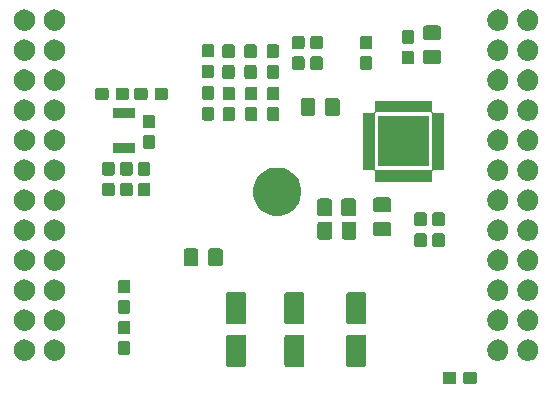
<source format=gbr>
G04 #@! TF.GenerationSoftware,KiCad,Pcbnew,(5.1.5)-3*
G04 #@! TF.CreationDate,2021-07-18T18:32:17+02:00*
G04 #@! TF.ProjectId,sDrive1,73447269-7665-4312-9e6b-696361645f70,rev?*
G04 #@! TF.SameCoordinates,Original*
G04 #@! TF.FileFunction,Soldermask,Top*
G04 #@! TF.FilePolarity,Negative*
%FSLAX46Y46*%
G04 Gerber Fmt 4.6, Leading zero omitted, Abs format (unit mm)*
G04 Created by KiCad (PCBNEW (5.1.5)-3) date 2021-07-18 18:32:17*
%MOMM*%
%LPD*%
G04 APERTURE LIST*
%ADD10C,0.100000*%
G04 APERTURE END LIST*
D10*
G36*
X40894499Y2041555D02*
G01*
X40931995Y2030180D01*
X40966554Y2011708D01*
X40996847Y1986847D01*
X41021708Y1956554D01*
X41040180Y1921995D01*
X41051555Y1884499D01*
X41056000Y1839362D01*
X41056000Y1200638D01*
X41051555Y1155501D01*
X41040180Y1118005D01*
X41021708Y1083446D01*
X40996847Y1053153D01*
X40966554Y1028292D01*
X40931995Y1009820D01*
X40894499Y998445D01*
X40849362Y994000D01*
X40110638Y994000D01*
X40065501Y998445D01*
X40028005Y1009820D01*
X39993446Y1028292D01*
X39963153Y1053153D01*
X39938292Y1083446D01*
X39919820Y1118005D01*
X39908445Y1155501D01*
X39904000Y1200638D01*
X39904000Y1839362D01*
X39908445Y1884499D01*
X39919820Y1921995D01*
X39938292Y1956554D01*
X39963153Y1986847D01*
X39993446Y2011708D01*
X40028005Y2030180D01*
X40065501Y2041555D01*
X40110638Y2046000D01*
X40849362Y2046000D01*
X40894499Y2041555D01*
G37*
G36*
X39144499Y2041555D02*
G01*
X39181995Y2030180D01*
X39216554Y2011708D01*
X39246847Y1986847D01*
X39271708Y1956554D01*
X39290180Y1921995D01*
X39301555Y1884499D01*
X39306000Y1839362D01*
X39306000Y1200638D01*
X39301555Y1155501D01*
X39290180Y1118005D01*
X39271708Y1083446D01*
X39246847Y1053153D01*
X39216554Y1028292D01*
X39181995Y1009820D01*
X39144499Y998445D01*
X39099362Y994000D01*
X38360638Y994000D01*
X38315501Y998445D01*
X38278005Y1009820D01*
X38243446Y1028292D01*
X38213153Y1053153D01*
X38188292Y1083446D01*
X38169820Y1118005D01*
X38158445Y1155501D01*
X38154000Y1200638D01*
X38154000Y1839362D01*
X38158445Y1884499D01*
X38169820Y1921995D01*
X38188292Y1956554D01*
X38213153Y1986847D01*
X38243446Y2011708D01*
X38278005Y2030180D01*
X38315501Y2041555D01*
X38360638Y2046000D01*
X39099362Y2046000D01*
X39144499Y2041555D01*
G37*
G36*
X31545997Y5156949D02*
G01*
X31579652Y5146739D01*
X31610665Y5130162D01*
X31637851Y5107851D01*
X31660162Y5080665D01*
X31676739Y5049652D01*
X31686949Y5015997D01*
X31691000Y4974862D01*
X31691000Y2645138D01*
X31686949Y2604003D01*
X31676739Y2570348D01*
X31660162Y2539335D01*
X31637851Y2512149D01*
X31610665Y2489838D01*
X31579652Y2473261D01*
X31545997Y2463051D01*
X31504862Y2459000D01*
X30175138Y2459000D01*
X30134003Y2463051D01*
X30100348Y2473261D01*
X30069335Y2489838D01*
X30042149Y2512149D01*
X30019838Y2539335D01*
X30003261Y2570348D01*
X29993051Y2604003D01*
X29989000Y2645138D01*
X29989000Y4974862D01*
X29993051Y5015997D01*
X30003261Y5049652D01*
X30019838Y5080665D01*
X30042149Y5107851D01*
X30069335Y5130162D01*
X30100348Y5146739D01*
X30134003Y5156949D01*
X30175138Y5161000D01*
X31504862Y5161000D01*
X31545997Y5156949D01*
G37*
G36*
X21375997Y5156949D02*
G01*
X21409652Y5146739D01*
X21440665Y5130162D01*
X21467851Y5107851D01*
X21490162Y5080665D01*
X21506739Y5049652D01*
X21516949Y5015997D01*
X21521000Y4974862D01*
X21521000Y2645138D01*
X21516949Y2604003D01*
X21506739Y2570348D01*
X21490162Y2539335D01*
X21467851Y2512149D01*
X21440665Y2489838D01*
X21409652Y2473261D01*
X21375997Y2463051D01*
X21334862Y2459000D01*
X20005138Y2459000D01*
X19964003Y2463051D01*
X19930348Y2473261D01*
X19899335Y2489838D01*
X19872149Y2512149D01*
X19849838Y2539335D01*
X19833261Y2570348D01*
X19823051Y2604003D01*
X19819000Y2645138D01*
X19819000Y4974862D01*
X19823051Y5015997D01*
X19833261Y5049652D01*
X19849838Y5080665D01*
X19872149Y5107851D01*
X19899335Y5130162D01*
X19930348Y5146739D01*
X19964003Y5156949D01*
X20005138Y5161000D01*
X21334862Y5161000D01*
X21375997Y5156949D01*
G37*
G36*
X26305997Y5156949D02*
G01*
X26339652Y5146739D01*
X26370665Y5130162D01*
X26397851Y5107851D01*
X26420162Y5080665D01*
X26436739Y5049652D01*
X26446949Y5015997D01*
X26451000Y4974862D01*
X26451000Y2645138D01*
X26446949Y2604003D01*
X26436739Y2570348D01*
X26420162Y2539335D01*
X26397851Y2512149D01*
X26370665Y2489838D01*
X26339652Y2473261D01*
X26305997Y2463051D01*
X26264862Y2459000D01*
X24935138Y2459000D01*
X24894003Y2463051D01*
X24860348Y2473261D01*
X24829335Y2489838D01*
X24802149Y2512149D01*
X24779838Y2539335D01*
X24763261Y2570348D01*
X24753051Y2604003D01*
X24749000Y2645138D01*
X24749000Y4974862D01*
X24753051Y5015997D01*
X24763261Y5049652D01*
X24779838Y5080665D01*
X24802149Y5107851D01*
X24829335Y5130162D01*
X24860348Y5146739D01*
X24894003Y5156949D01*
X24935138Y5161000D01*
X26264862Y5161000D01*
X26305997Y5156949D01*
G37*
G36*
X2852292Y4762253D02*
G01*
X3001592Y4732556D01*
X3165564Y4664636D01*
X3313134Y4566033D01*
X3438633Y4440534D01*
X3537236Y4292964D01*
X3605156Y4128992D01*
X3639780Y3954921D01*
X3639780Y3777439D01*
X3605156Y3603368D01*
X3537236Y3439396D01*
X3438633Y3291826D01*
X3313134Y3166327D01*
X3165564Y3067724D01*
X3001592Y2999804D01*
X2852292Y2970107D01*
X2827522Y2965180D01*
X2650038Y2965180D01*
X2625268Y2970107D01*
X2475968Y2999804D01*
X2311996Y3067724D01*
X2164426Y3166327D01*
X2038927Y3291826D01*
X1940324Y3439396D01*
X1872404Y3603368D01*
X1837780Y3777439D01*
X1837780Y3954921D01*
X1872404Y4128992D01*
X1940324Y4292964D01*
X2038927Y4440534D01*
X2164426Y4566033D01*
X2311996Y4664636D01*
X2475968Y4732556D01*
X2625268Y4762253D01*
X2650038Y4767180D01*
X2827522Y4767180D01*
X2852292Y4762253D01*
G37*
G36*
X42932292Y4762253D02*
G01*
X43081592Y4732556D01*
X43245564Y4664636D01*
X43393134Y4566033D01*
X43518633Y4440534D01*
X43617236Y4292964D01*
X43685156Y4128992D01*
X43719780Y3954921D01*
X43719780Y3777439D01*
X43685156Y3603368D01*
X43617236Y3439396D01*
X43518633Y3291826D01*
X43393134Y3166327D01*
X43245564Y3067724D01*
X43081592Y2999804D01*
X42932292Y2970107D01*
X42907522Y2965180D01*
X42730038Y2965180D01*
X42705268Y2970107D01*
X42555968Y2999804D01*
X42391996Y3067724D01*
X42244426Y3166327D01*
X42118927Y3291826D01*
X42020324Y3439396D01*
X41952404Y3603368D01*
X41917780Y3777439D01*
X41917780Y3954921D01*
X41952404Y4128992D01*
X42020324Y4292964D01*
X42118927Y4440534D01*
X42244426Y4566033D01*
X42391996Y4664636D01*
X42555968Y4732556D01*
X42705268Y4762253D01*
X42730038Y4767180D01*
X42907522Y4767180D01*
X42932292Y4762253D01*
G37*
G36*
X45472292Y4762253D02*
G01*
X45621592Y4732556D01*
X45785564Y4664636D01*
X45933134Y4566033D01*
X46058633Y4440534D01*
X46157236Y4292964D01*
X46225156Y4128992D01*
X46259780Y3954921D01*
X46259780Y3777439D01*
X46225156Y3603368D01*
X46157236Y3439396D01*
X46058633Y3291826D01*
X45933134Y3166327D01*
X45785564Y3067724D01*
X45621592Y2999804D01*
X45472292Y2970107D01*
X45447522Y2965180D01*
X45270038Y2965180D01*
X45245268Y2970107D01*
X45095968Y2999804D01*
X44931996Y3067724D01*
X44784426Y3166327D01*
X44658927Y3291826D01*
X44560324Y3439396D01*
X44492404Y3603368D01*
X44457780Y3777439D01*
X44457780Y3954921D01*
X44492404Y4128992D01*
X44560324Y4292964D01*
X44658927Y4440534D01*
X44784426Y4566033D01*
X44931996Y4664636D01*
X45095968Y4732556D01*
X45245268Y4762253D01*
X45270038Y4767180D01*
X45447522Y4767180D01*
X45472292Y4762253D01*
G37*
G36*
X5392292Y4762253D02*
G01*
X5541592Y4732556D01*
X5705564Y4664636D01*
X5853134Y4566033D01*
X5978633Y4440534D01*
X6077236Y4292964D01*
X6145156Y4128992D01*
X6179780Y3954921D01*
X6179780Y3777439D01*
X6145156Y3603368D01*
X6077236Y3439396D01*
X5978633Y3291826D01*
X5853134Y3166327D01*
X5705564Y3067724D01*
X5541592Y2999804D01*
X5392292Y2970107D01*
X5367522Y2965180D01*
X5190038Y2965180D01*
X5165268Y2970107D01*
X5015968Y2999804D01*
X4851996Y3067724D01*
X4704426Y3166327D01*
X4578927Y3291826D01*
X4480324Y3439396D01*
X4412404Y3603368D01*
X4377780Y3777439D01*
X4377780Y3954921D01*
X4412404Y4128992D01*
X4480324Y4292964D01*
X4578927Y4440534D01*
X4704426Y4566033D01*
X4851996Y4664636D01*
X5015968Y4732556D01*
X5165268Y4762253D01*
X5190038Y4767180D01*
X5367522Y4767180D01*
X5392292Y4762253D01*
G37*
G36*
X11540499Y4606555D02*
G01*
X11577995Y4595180D01*
X11612554Y4576708D01*
X11642847Y4551847D01*
X11667708Y4521554D01*
X11686180Y4486995D01*
X11697555Y4449499D01*
X11702000Y4404362D01*
X11702000Y3665638D01*
X11697555Y3620501D01*
X11686180Y3583005D01*
X11667708Y3548446D01*
X11642847Y3518153D01*
X11612554Y3493292D01*
X11577995Y3474820D01*
X11540499Y3463445D01*
X11495362Y3459000D01*
X10856638Y3459000D01*
X10811501Y3463445D01*
X10774005Y3474820D01*
X10739446Y3493292D01*
X10709153Y3518153D01*
X10684292Y3548446D01*
X10665820Y3583005D01*
X10654445Y3620501D01*
X10650000Y3665638D01*
X10650000Y4404362D01*
X10654445Y4449499D01*
X10665820Y4486995D01*
X10684292Y4521554D01*
X10709153Y4551847D01*
X10739446Y4576708D01*
X10774005Y4595180D01*
X10811501Y4606555D01*
X10856638Y4611000D01*
X11495362Y4611000D01*
X11540499Y4606555D01*
G37*
G36*
X11540499Y6356555D02*
G01*
X11577995Y6345180D01*
X11612554Y6326708D01*
X11642847Y6301847D01*
X11667708Y6271554D01*
X11686180Y6236995D01*
X11697555Y6199499D01*
X11702000Y6154362D01*
X11702000Y5415638D01*
X11697555Y5370501D01*
X11686180Y5333005D01*
X11667708Y5298446D01*
X11642847Y5268153D01*
X11612554Y5243292D01*
X11577995Y5224820D01*
X11540499Y5213445D01*
X11495362Y5209000D01*
X10856638Y5209000D01*
X10811501Y5213445D01*
X10774005Y5224820D01*
X10739446Y5243292D01*
X10709153Y5268153D01*
X10684292Y5298446D01*
X10665820Y5333005D01*
X10654445Y5370501D01*
X10650000Y5415638D01*
X10650000Y6154362D01*
X10654445Y6199499D01*
X10665820Y6236995D01*
X10684292Y6271554D01*
X10709153Y6301847D01*
X10739446Y6326708D01*
X10774005Y6345180D01*
X10811501Y6356555D01*
X10856638Y6361000D01*
X11495362Y6361000D01*
X11540499Y6356555D01*
G37*
G36*
X5392292Y7302253D02*
G01*
X5541592Y7272556D01*
X5705564Y7204636D01*
X5853134Y7106033D01*
X5978633Y6980534D01*
X6077236Y6832964D01*
X6145156Y6668992D01*
X6174853Y6519692D01*
X6179780Y6494922D01*
X6179780Y6317438D01*
X6176679Y6301847D01*
X6145156Y6143368D01*
X6077236Y5979396D01*
X5978633Y5831826D01*
X5853134Y5706327D01*
X5705564Y5607724D01*
X5541592Y5539804D01*
X5392292Y5510107D01*
X5367522Y5505180D01*
X5190038Y5505180D01*
X5165268Y5510107D01*
X5015968Y5539804D01*
X4851996Y5607724D01*
X4704426Y5706327D01*
X4578927Y5831826D01*
X4480324Y5979396D01*
X4412404Y6143368D01*
X4380881Y6301847D01*
X4377780Y6317438D01*
X4377780Y6494922D01*
X4382707Y6519692D01*
X4412404Y6668992D01*
X4480324Y6832964D01*
X4578927Y6980534D01*
X4704426Y7106033D01*
X4851996Y7204636D01*
X5015968Y7272556D01*
X5165268Y7302253D01*
X5190038Y7307180D01*
X5367522Y7307180D01*
X5392292Y7302253D01*
G37*
G36*
X45472292Y7302253D02*
G01*
X45621592Y7272556D01*
X45785564Y7204636D01*
X45933134Y7106033D01*
X46058633Y6980534D01*
X46157236Y6832964D01*
X46225156Y6668992D01*
X46254853Y6519692D01*
X46259780Y6494922D01*
X46259780Y6317438D01*
X46256679Y6301847D01*
X46225156Y6143368D01*
X46157236Y5979396D01*
X46058633Y5831826D01*
X45933134Y5706327D01*
X45785564Y5607724D01*
X45621592Y5539804D01*
X45472292Y5510107D01*
X45447522Y5505180D01*
X45270038Y5505180D01*
X45245268Y5510107D01*
X45095968Y5539804D01*
X44931996Y5607724D01*
X44784426Y5706327D01*
X44658927Y5831826D01*
X44560324Y5979396D01*
X44492404Y6143368D01*
X44460881Y6301847D01*
X44457780Y6317438D01*
X44457780Y6494922D01*
X44462707Y6519692D01*
X44492404Y6668992D01*
X44560324Y6832964D01*
X44658927Y6980534D01*
X44784426Y7106033D01*
X44931996Y7204636D01*
X45095968Y7272556D01*
X45245268Y7302253D01*
X45270038Y7307180D01*
X45447522Y7307180D01*
X45472292Y7302253D01*
G37*
G36*
X42932292Y7302253D02*
G01*
X43081592Y7272556D01*
X43245564Y7204636D01*
X43393134Y7106033D01*
X43518633Y6980534D01*
X43617236Y6832964D01*
X43685156Y6668992D01*
X43714853Y6519692D01*
X43719780Y6494922D01*
X43719780Y6317438D01*
X43716679Y6301847D01*
X43685156Y6143368D01*
X43617236Y5979396D01*
X43518633Y5831826D01*
X43393134Y5706327D01*
X43245564Y5607724D01*
X43081592Y5539804D01*
X42932292Y5510107D01*
X42907522Y5505180D01*
X42730038Y5505180D01*
X42705268Y5510107D01*
X42555968Y5539804D01*
X42391996Y5607724D01*
X42244426Y5706327D01*
X42118927Y5831826D01*
X42020324Y5979396D01*
X41952404Y6143368D01*
X41920881Y6301847D01*
X41917780Y6317438D01*
X41917780Y6494922D01*
X41922707Y6519692D01*
X41952404Y6668992D01*
X42020324Y6832964D01*
X42118927Y6980534D01*
X42244426Y7106033D01*
X42391996Y7204636D01*
X42555968Y7272556D01*
X42705268Y7302253D01*
X42730038Y7307180D01*
X42907522Y7307180D01*
X42932292Y7302253D01*
G37*
G36*
X2852292Y7302253D02*
G01*
X3001592Y7272556D01*
X3165564Y7204636D01*
X3313134Y7106033D01*
X3438633Y6980534D01*
X3537236Y6832964D01*
X3605156Y6668992D01*
X3634853Y6519692D01*
X3639780Y6494922D01*
X3639780Y6317438D01*
X3636679Y6301847D01*
X3605156Y6143368D01*
X3537236Y5979396D01*
X3438633Y5831826D01*
X3313134Y5706327D01*
X3165564Y5607724D01*
X3001592Y5539804D01*
X2852292Y5510107D01*
X2827522Y5505180D01*
X2650038Y5505180D01*
X2625268Y5510107D01*
X2475968Y5539804D01*
X2311996Y5607724D01*
X2164426Y5706327D01*
X2038927Y5831826D01*
X1940324Y5979396D01*
X1872404Y6143368D01*
X1840881Y6301847D01*
X1837780Y6317438D01*
X1837780Y6494922D01*
X1842707Y6519692D01*
X1872404Y6668992D01*
X1940324Y6832964D01*
X2038927Y6980534D01*
X2164426Y7106033D01*
X2311996Y7204636D01*
X2475968Y7272556D01*
X2625268Y7302253D01*
X2650038Y7307180D01*
X2827522Y7307180D01*
X2852292Y7302253D01*
G37*
G36*
X31545997Y8756949D02*
G01*
X31579652Y8746739D01*
X31610665Y8730162D01*
X31637851Y8707851D01*
X31660162Y8680665D01*
X31676739Y8649652D01*
X31686949Y8615997D01*
X31691000Y8574862D01*
X31691000Y6245138D01*
X31686949Y6204003D01*
X31676739Y6170348D01*
X31660162Y6139335D01*
X31637851Y6112149D01*
X31610665Y6089838D01*
X31579652Y6073261D01*
X31545997Y6063051D01*
X31504862Y6059000D01*
X30175138Y6059000D01*
X30134003Y6063051D01*
X30100348Y6073261D01*
X30069335Y6089838D01*
X30042149Y6112149D01*
X30019838Y6139335D01*
X30003261Y6170348D01*
X29993051Y6204003D01*
X29989000Y6245138D01*
X29989000Y8574862D01*
X29993051Y8615997D01*
X30003261Y8649652D01*
X30019838Y8680665D01*
X30042149Y8707851D01*
X30069335Y8730162D01*
X30100348Y8746739D01*
X30134003Y8756949D01*
X30175138Y8761000D01*
X31504862Y8761000D01*
X31545997Y8756949D01*
G37*
G36*
X26305997Y8756949D02*
G01*
X26339652Y8746739D01*
X26370665Y8730162D01*
X26397851Y8707851D01*
X26420162Y8680665D01*
X26436739Y8649652D01*
X26446949Y8615997D01*
X26451000Y8574862D01*
X26451000Y6245138D01*
X26446949Y6204003D01*
X26436739Y6170348D01*
X26420162Y6139335D01*
X26397851Y6112149D01*
X26370665Y6089838D01*
X26339652Y6073261D01*
X26305997Y6063051D01*
X26264862Y6059000D01*
X24935138Y6059000D01*
X24894003Y6063051D01*
X24860348Y6073261D01*
X24829335Y6089838D01*
X24802149Y6112149D01*
X24779838Y6139335D01*
X24763261Y6170348D01*
X24753051Y6204003D01*
X24749000Y6245138D01*
X24749000Y8574862D01*
X24753051Y8615997D01*
X24763261Y8649652D01*
X24779838Y8680665D01*
X24802149Y8707851D01*
X24829335Y8730162D01*
X24860348Y8746739D01*
X24894003Y8756949D01*
X24935138Y8761000D01*
X26264862Y8761000D01*
X26305997Y8756949D01*
G37*
G36*
X21375997Y8756949D02*
G01*
X21409652Y8746739D01*
X21440665Y8730162D01*
X21467851Y8707851D01*
X21490162Y8680665D01*
X21506739Y8649652D01*
X21516949Y8615997D01*
X21521000Y8574862D01*
X21521000Y6245138D01*
X21516949Y6204003D01*
X21506739Y6170348D01*
X21490162Y6139335D01*
X21467851Y6112149D01*
X21440665Y6089838D01*
X21409652Y6073261D01*
X21375997Y6063051D01*
X21334862Y6059000D01*
X20005138Y6059000D01*
X19964003Y6063051D01*
X19930348Y6073261D01*
X19899335Y6089838D01*
X19872149Y6112149D01*
X19849838Y6139335D01*
X19833261Y6170348D01*
X19823051Y6204003D01*
X19819000Y6245138D01*
X19819000Y8574862D01*
X19823051Y8615997D01*
X19833261Y8649652D01*
X19849838Y8680665D01*
X19872149Y8707851D01*
X19899335Y8730162D01*
X19930348Y8746739D01*
X19964003Y8756949D01*
X20005138Y8761000D01*
X21334862Y8761000D01*
X21375997Y8756949D01*
G37*
G36*
X11540499Y8078555D02*
G01*
X11577995Y8067180D01*
X11612554Y8048708D01*
X11642847Y8023847D01*
X11667708Y7993554D01*
X11686180Y7958995D01*
X11697555Y7921499D01*
X11702000Y7876362D01*
X11702000Y7137638D01*
X11697555Y7092501D01*
X11686180Y7055005D01*
X11667708Y7020446D01*
X11642847Y6990153D01*
X11612554Y6965292D01*
X11577995Y6946820D01*
X11540499Y6935445D01*
X11495362Y6931000D01*
X10856638Y6931000D01*
X10811501Y6935445D01*
X10774005Y6946820D01*
X10739446Y6965292D01*
X10709153Y6990153D01*
X10684292Y7020446D01*
X10665820Y7055005D01*
X10654445Y7092501D01*
X10650000Y7137638D01*
X10650000Y7876362D01*
X10654445Y7921499D01*
X10665820Y7958995D01*
X10684292Y7993554D01*
X10709153Y8023847D01*
X10739446Y8048708D01*
X10774005Y8067180D01*
X10811501Y8078555D01*
X10856638Y8083000D01*
X11495362Y8083000D01*
X11540499Y8078555D01*
G37*
G36*
X42932292Y9842253D02*
G01*
X43081592Y9812556D01*
X43245564Y9744636D01*
X43393134Y9646033D01*
X43518633Y9520534D01*
X43617236Y9372964D01*
X43685156Y9208992D01*
X43719780Y9034921D01*
X43719780Y8857439D01*
X43685156Y8683368D01*
X43617236Y8519396D01*
X43518633Y8371826D01*
X43393134Y8246327D01*
X43245564Y8147724D01*
X43081592Y8079804D01*
X42932292Y8050107D01*
X42907522Y8045180D01*
X42730038Y8045180D01*
X42705268Y8050107D01*
X42555968Y8079804D01*
X42391996Y8147724D01*
X42244426Y8246327D01*
X42118927Y8371826D01*
X42020324Y8519396D01*
X41952404Y8683368D01*
X41917780Y8857439D01*
X41917780Y9034921D01*
X41952404Y9208992D01*
X42020324Y9372964D01*
X42118927Y9520534D01*
X42244426Y9646033D01*
X42391996Y9744636D01*
X42555968Y9812556D01*
X42705268Y9842253D01*
X42730038Y9847180D01*
X42907522Y9847180D01*
X42932292Y9842253D01*
G37*
G36*
X45472292Y9842253D02*
G01*
X45621592Y9812556D01*
X45785564Y9744636D01*
X45933134Y9646033D01*
X46058633Y9520534D01*
X46157236Y9372964D01*
X46225156Y9208992D01*
X46259780Y9034921D01*
X46259780Y8857439D01*
X46225156Y8683368D01*
X46157236Y8519396D01*
X46058633Y8371826D01*
X45933134Y8246327D01*
X45785564Y8147724D01*
X45621592Y8079804D01*
X45472292Y8050107D01*
X45447522Y8045180D01*
X45270038Y8045180D01*
X45245268Y8050107D01*
X45095968Y8079804D01*
X44931996Y8147724D01*
X44784426Y8246327D01*
X44658927Y8371826D01*
X44560324Y8519396D01*
X44492404Y8683368D01*
X44457780Y8857439D01*
X44457780Y9034921D01*
X44492404Y9208992D01*
X44560324Y9372964D01*
X44658927Y9520534D01*
X44784426Y9646033D01*
X44931996Y9744636D01*
X45095968Y9812556D01*
X45245268Y9842253D01*
X45270038Y9847180D01*
X45447522Y9847180D01*
X45472292Y9842253D01*
G37*
G36*
X5392292Y9842253D02*
G01*
X5541592Y9812556D01*
X5705564Y9744636D01*
X5853134Y9646033D01*
X5978633Y9520534D01*
X6077236Y9372964D01*
X6145156Y9208992D01*
X6179780Y9034921D01*
X6179780Y8857439D01*
X6145156Y8683368D01*
X6077236Y8519396D01*
X5978633Y8371826D01*
X5853134Y8246327D01*
X5705564Y8147724D01*
X5541592Y8079804D01*
X5392292Y8050107D01*
X5367522Y8045180D01*
X5190038Y8045180D01*
X5165268Y8050107D01*
X5015968Y8079804D01*
X4851996Y8147724D01*
X4704426Y8246327D01*
X4578927Y8371826D01*
X4480324Y8519396D01*
X4412404Y8683368D01*
X4377780Y8857439D01*
X4377780Y9034921D01*
X4412404Y9208992D01*
X4480324Y9372964D01*
X4578927Y9520534D01*
X4704426Y9646033D01*
X4851996Y9744636D01*
X5015968Y9812556D01*
X5165268Y9842253D01*
X5190038Y9847180D01*
X5367522Y9847180D01*
X5392292Y9842253D01*
G37*
G36*
X2852292Y9842253D02*
G01*
X3001592Y9812556D01*
X3165564Y9744636D01*
X3313134Y9646033D01*
X3438633Y9520534D01*
X3537236Y9372964D01*
X3605156Y9208992D01*
X3639780Y9034921D01*
X3639780Y8857439D01*
X3605156Y8683368D01*
X3537236Y8519396D01*
X3438633Y8371826D01*
X3313134Y8246327D01*
X3165564Y8147724D01*
X3001592Y8079804D01*
X2852292Y8050107D01*
X2827522Y8045180D01*
X2650038Y8045180D01*
X2625268Y8050107D01*
X2475968Y8079804D01*
X2311996Y8147724D01*
X2164426Y8246327D01*
X2038927Y8371826D01*
X1940324Y8519396D01*
X1872404Y8683368D01*
X1837780Y8857439D01*
X1837780Y9034921D01*
X1872404Y9208992D01*
X1940324Y9372964D01*
X2038927Y9520534D01*
X2164426Y9646033D01*
X2311996Y9744636D01*
X2475968Y9812556D01*
X2625268Y9842253D01*
X2650038Y9847180D01*
X2827522Y9847180D01*
X2852292Y9842253D01*
G37*
G36*
X11540499Y9828555D02*
G01*
X11577995Y9817180D01*
X11612554Y9798708D01*
X11642847Y9773847D01*
X11667708Y9743554D01*
X11686180Y9708995D01*
X11697555Y9671499D01*
X11702000Y9626362D01*
X11702000Y8887638D01*
X11697555Y8842501D01*
X11686180Y8805005D01*
X11667708Y8770446D01*
X11642847Y8740153D01*
X11612554Y8715292D01*
X11577995Y8696820D01*
X11540499Y8685445D01*
X11495362Y8681000D01*
X10856638Y8681000D01*
X10811501Y8685445D01*
X10774005Y8696820D01*
X10739446Y8715292D01*
X10709153Y8740153D01*
X10684292Y8770446D01*
X10665820Y8805005D01*
X10654445Y8842501D01*
X10650000Y8887638D01*
X10650000Y9626362D01*
X10654445Y9671499D01*
X10665820Y9708995D01*
X10684292Y9743554D01*
X10709153Y9773847D01*
X10739446Y9798708D01*
X10774005Y9817180D01*
X10811501Y9828555D01*
X10856638Y9833000D01*
X11495362Y9833000D01*
X11540499Y9828555D01*
G37*
G36*
X5392292Y12382253D02*
G01*
X5541592Y12352556D01*
X5705564Y12284636D01*
X5853134Y12186033D01*
X5978633Y12060534D01*
X6077236Y11912964D01*
X6145156Y11748992D01*
X6179780Y11574921D01*
X6179780Y11397439D01*
X6145156Y11223368D01*
X6077236Y11059396D01*
X5978633Y10911826D01*
X5853134Y10786327D01*
X5705564Y10687724D01*
X5541592Y10619804D01*
X5392292Y10590107D01*
X5367522Y10585180D01*
X5190038Y10585180D01*
X5165268Y10590107D01*
X5015968Y10619804D01*
X4851996Y10687724D01*
X4704426Y10786327D01*
X4578927Y10911826D01*
X4480324Y11059396D01*
X4412404Y11223368D01*
X4377780Y11397439D01*
X4377780Y11574921D01*
X4412404Y11748992D01*
X4480324Y11912964D01*
X4578927Y12060534D01*
X4704426Y12186033D01*
X4851996Y12284636D01*
X5015968Y12352556D01*
X5165268Y12382253D01*
X5190038Y12387180D01*
X5367522Y12387180D01*
X5392292Y12382253D01*
G37*
G36*
X45472292Y12382253D02*
G01*
X45621592Y12352556D01*
X45785564Y12284636D01*
X45933134Y12186033D01*
X46058633Y12060534D01*
X46157236Y11912964D01*
X46225156Y11748992D01*
X46259780Y11574921D01*
X46259780Y11397439D01*
X46225156Y11223368D01*
X46157236Y11059396D01*
X46058633Y10911826D01*
X45933134Y10786327D01*
X45785564Y10687724D01*
X45621592Y10619804D01*
X45472292Y10590107D01*
X45447522Y10585180D01*
X45270038Y10585180D01*
X45245268Y10590107D01*
X45095968Y10619804D01*
X44931996Y10687724D01*
X44784426Y10786327D01*
X44658927Y10911826D01*
X44560324Y11059396D01*
X44492404Y11223368D01*
X44457780Y11397439D01*
X44457780Y11574921D01*
X44492404Y11748992D01*
X44560324Y11912964D01*
X44658927Y12060534D01*
X44784426Y12186033D01*
X44931996Y12284636D01*
X45095968Y12352556D01*
X45245268Y12382253D01*
X45270038Y12387180D01*
X45447522Y12387180D01*
X45472292Y12382253D01*
G37*
G36*
X42932292Y12382253D02*
G01*
X43081592Y12352556D01*
X43245564Y12284636D01*
X43393134Y12186033D01*
X43518633Y12060534D01*
X43617236Y11912964D01*
X43685156Y11748992D01*
X43719780Y11574921D01*
X43719780Y11397439D01*
X43685156Y11223368D01*
X43617236Y11059396D01*
X43518633Y10911826D01*
X43393134Y10786327D01*
X43245564Y10687724D01*
X43081592Y10619804D01*
X42932292Y10590107D01*
X42907522Y10585180D01*
X42730038Y10585180D01*
X42705268Y10590107D01*
X42555968Y10619804D01*
X42391996Y10687724D01*
X42244426Y10786327D01*
X42118927Y10911826D01*
X42020324Y11059396D01*
X41952404Y11223368D01*
X41917780Y11397439D01*
X41917780Y11574921D01*
X41952404Y11748992D01*
X42020324Y11912964D01*
X42118927Y12060534D01*
X42244426Y12186033D01*
X42391996Y12284636D01*
X42555968Y12352556D01*
X42705268Y12382253D01*
X42730038Y12387180D01*
X42907522Y12387180D01*
X42932292Y12382253D01*
G37*
G36*
X2852292Y12382253D02*
G01*
X3001592Y12352556D01*
X3165564Y12284636D01*
X3313134Y12186033D01*
X3438633Y12060534D01*
X3537236Y11912964D01*
X3605156Y11748992D01*
X3639780Y11574921D01*
X3639780Y11397439D01*
X3605156Y11223368D01*
X3537236Y11059396D01*
X3438633Y10911826D01*
X3313134Y10786327D01*
X3165564Y10687724D01*
X3001592Y10619804D01*
X2852292Y10590107D01*
X2827522Y10585180D01*
X2650038Y10585180D01*
X2625268Y10590107D01*
X2475968Y10619804D01*
X2311996Y10687724D01*
X2164426Y10786327D01*
X2038927Y10911826D01*
X1940324Y11059396D01*
X1872404Y11223368D01*
X1837780Y11397439D01*
X1837780Y11574921D01*
X1872404Y11748992D01*
X1940324Y11912964D01*
X2038927Y12060534D01*
X2164426Y12186033D01*
X2311996Y12284636D01*
X2475968Y12352556D01*
X2625268Y12382253D01*
X2650038Y12387180D01*
X2827522Y12387180D01*
X2852292Y12382253D01*
G37*
G36*
X19363674Y12466535D02*
G01*
X19401367Y12455101D01*
X19436103Y12436534D01*
X19466548Y12411548D01*
X19491534Y12381103D01*
X19510101Y12346367D01*
X19521535Y12308674D01*
X19526000Y12263339D01*
X19526000Y11176661D01*
X19521535Y11131326D01*
X19510101Y11093633D01*
X19491534Y11058897D01*
X19466548Y11028452D01*
X19436103Y11003466D01*
X19401367Y10984899D01*
X19363674Y10973465D01*
X19318339Y10969000D01*
X18481661Y10969000D01*
X18436326Y10973465D01*
X18398633Y10984899D01*
X18363897Y11003466D01*
X18333452Y11028452D01*
X18308466Y11058897D01*
X18289899Y11093633D01*
X18278465Y11131326D01*
X18274000Y11176661D01*
X18274000Y12263339D01*
X18278465Y12308674D01*
X18289899Y12346367D01*
X18308466Y12381103D01*
X18333452Y12411548D01*
X18363897Y12436534D01*
X18398633Y12455101D01*
X18436326Y12466535D01*
X18481661Y12471000D01*
X19318339Y12471000D01*
X19363674Y12466535D01*
G37*
G36*
X17313674Y12466535D02*
G01*
X17351367Y12455101D01*
X17386103Y12436534D01*
X17416548Y12411548D01*
X17441534Y12381103D01*
X17460101Y12346367D01*
X17471535Y12308674D01*
X17476000Y12263339D01*
X17476000Y11176661D01*
X17471535Y11131326D01*
X17460101Y11093633D01*
X17441534Y11058897D01*
X17416548Y11028452D01*
X17386103Y11003466D01*
X17351367Y10984899D01*
X17313674Y10973465D01*
X17268339Y10969000D01*
X16431661Y10969000D01*
X16386326Y10973465D01*
X16348633Y10984899D01*
X16313897Y11003466D01*
X16283452Y11028452D01*
X16258466Y11058897D01*
X16239899Y11093633D01*
X16228465Y11131326D01*
X16224000Y11176661D01*
X16224000Y12263339D01*
X16228465Y12308674D01*
X16239899Y12346367D01*
X16258466Y12381103D01*
X16283452Y12411548D01*
X16313897Y12436534D01*
X16348633Y12455101D01*
X16386326Y12466535D01*
X16431661Y12471000D01*
X17268339Y12471000D01*
X17313674Y12466535D01*
G37*
G36*
X36643099Y13765555D02*
G01*
X36680595Y13754180D01*
X36715154Y13735708D01*
X36745447Y13710847D01*
X36770308Y13680554D01*
X36788780Y13645995D01*
X36800155Y13608499D01*
X36804600Y13563362D01*
X36804600Y12824638D01*
X36800155Y12779501D01*
X36788780Y12742005D01*
X36770308Y12707446D01*
X36745447Y12677153D01*
X36715154Y12652292D01*
X36680595Y12633820D01*
X36643099Y12622445D01*
X36597962Y12618000D01*
X35959238Y12618000D01*
X35914101Y12622445D01*
X35876605Y12633820D01*
X35842046Y12652292D01*
X35811753Y12677153D01*
X35786892Y12707446D01*
X35768420Y12742005D01*
X35757045Y12779501D01*
X35752600Y12824638D01*
X35752600Y13563362D01*
X35757045Y13608499D01*
X35768420Y13645995D01*
X35786892Y13680554D01*
X35811753Y13710847D01*
X35842046Y13735708D01*
X35876605Y13754180D01*
X35914101Y13765555D01*
X35959238Y13770000D01*
X36597962Y13770000D01*
X36643099Y13765555D01*
G37*
G36*
X38167099Y13765555D02*
G01*
X38204595Y13754180D01*
X38239154Y13735708D01*
X38269447Y13710847D01*
X38294308Y13680554D01*
X38312780Y13645995D01*
X38324155Y13608499D01*
X38328600Y13563362D01*
X38328600Y12824638D01*
X38324155Y12779501D01*
X38312780Y12742005D01*
X38294308Y12707446D01*
X38269447Y12677153D01*
X38239154Y12652292D01*
X38204595Y12633820D01*
X38167099Y12622445D01*
X38121962Y12618000D01*
X37483238Y12618000D01*
X37438101Y12622445D01*
X37400605Y12633820D01*
X37366046Y12652292D01*
X37335753Y12677153D01*
X37310892Y12707446D01*
X37292420Y12742005D01*
X37281045Y12779501D01*
X37276600Y12824638D01*
X37276600Y13563362D01*
X37281045Y13608499D01*
X37292420Y13645995D01*
X37310892Y13680554D01*
X37335753Y13710847D01*
X37366046Y13735708D01*
X37400605Y13754180D01*
X37438101Y13765555D01*
X37483238Y13770000D01*
X38121962Y13770000D01*
X38167099Y13765555D01*
G37*
G36*
X42932292Y14922253D02*
G01*
X43081592Y14892556D01*
X43245564Y14824636D01*
X43393134Y14726033D01*
X43518633Y14600534D01*
X43617236Y14452964D01*
X43685156Y14288992D01*
X43719780Y14114921D01*
X43719780Y13937439D01*
X43685156Y13763368D01*
X43617236Y13599396D01*
X43518633Y13451826D01*
X43393134Y13326327D01*
X43245564Y13227724D01*
X43081592Y13159804D01*
X42932292Y13130107D01*
X42907522Y13125180D01*
X42730038Y13125180D01*
X42705268Y13130107D01*
X42555968Y13159804D01*
X42391996Y13227724D01*
X42244426Y13326327D01*
X42118927Y13451826D01*
X42020324Y13599396D01*
X41952404Y13763368D01*
X41917780Y13937439D01*
X41917780Y14114921D01*
X41952404Y14288992D01*
X42020324Y14452964D01*
X42118927Y14600534D01*
X42244426Y14726033D01*
X42391996Y14824636D01*
X42555968Y14892556D01*
X42705268Y14922253D01*
X42730038Y14927180D01*
X42907522Y14927180D01*
X42932292Y14922253D01*
G37*
G36*
X5392292Y14922253D02*
G01*
X5541592Y14892556D01*
X5705564Y14824636D01*
X5853134Y14726033D01*
X5978633Y14600534D01*
X6077236Y14452964D01*
X6145156Y14288992D01*
X6179780Y14114921D01*
X6179780Y13937439D01*
X6145156Y13763368D01*
X6077236Y13599396D01*
X5978633Y13451826D01*
X5853134Y13326327D01*
X5705564Y13227724D01*
X5541592Y13159804D01*
X5392292Y13130107D01*
X5367522Y13125180D01*
X5190038Y13125180D01*
X5165268Y13130107D01*
X5015968Y13159804D01*
X4851996Y13227724D01*
X4704426Y13326327D01*
X4578927Y13451826D01*
X4480324Y13599396D01*
X4412404Y13763368D01*
X4377780Y13937439D01*
X4377780Y14114921D01*
X4412404Y14288992D01*
X4480324Y14452964D01*
X4578927Y14600534D01*
X4704426Y14726033D01*
X4851996Y14824636D01*
X5015968Y14892556D01*
X5165268Y14922253D01*
X5190038Y14927180D01*
X5367522Y14927180D01*
X5392292Y14922253D01*
G37*
G36*
X2852292Y14922253D02*
G01*
X3001592Y14892556D01*
X3165564Y14824636D01*
X3313134Y14726033D01*
X3438633Y14600534D01*
X3537236Y14452964D01*
X3605156Y14288992D01*
X3639780Y14114921D01*
X3639780Y13937439D01*
X3605156Y13763368D01*
X3537236Y13599396D01*
X3438633Y13451826D01*
X3313134Y13326327D01*
X3165564Y13227724D01*
X3001592Y13159804D01*
X2852292Y13130107D01*
X2827522Y13125180D01*
X2650038Y13125180D01*
X2625268Y13130107D01*
X2475968Y13159804D01*
X2311996Y13227724D01*
X2164426Y13326327D01*
X2038927Y13451826D01*
X1940324Y13599396D01*
X1872404Y13763368D01*
X1837780Y13937439D01*
X1837780Y14114921D01*
X1872404Y14288992D01*
X1940324Y14452964D01*
X2038927Y14600534D01*
X2164426Y14726033D01*
X2311996Y14824636D01*
X2475968Y14892556D01*
X2625268Y14922253D01*
X2650038Y14927180D01*
X2827522Y14927180D01*
X2852292Y14922253D01*
G37*
G36*
X45472292Y14922253D02*
G01*
X45621592Y14892556D01*
X45785564Y14824636D01*
X45933134Y14726033D01*
X46058633Y14600534D01*
X46157236Y14452964D01*
X46225156Y14288992D01*
X46259780Y14114921D01*
X46259780Y13937439D01*
X46225156Y13763368D01*
X46157236Y13599396D01*
X46058633Y13451826D01*
X45933134Y13326327D01*
X45785564Y13227724D01*
X45621592Y13159804D01*
X45472292Y13130107D01*
X45447522Y13125180D01*
X45270038Y13125180D01*
X45245268Y13130107D01*
X45095968Y13159804D01*
X44931996Y13227724D01*
X44784426Y13326327D01*
X44658927Y13451826D01*
X44560324Y13599396D01*
X44492404Y13763368D01*
X44457780Y13937439D01*
X44457780Y14114921D01*
X44492404Y14288992D01*
X44560324Y14452964D01*
X44658927Y14600534D01*
X44784426Y14726033D01*
X44931996Y14824636D01*
X45095968Y14892556D01*
X45245268Y14922253D01*
X45270038Y14927180D01*
X45447522Y14927180D01*
X45472292Y14922253D01*
G37*
G36*
X30691350Y14723987D02*
G01*
X30729043Y14712553D01*
X30763779Y14693986D01*
X30794224Y14669000D01*
X30819210Y14638555D01*
X30837777Y14603819D01*
X30849211Y14566126D01*
X30853676Y14520791D01*
X30853676Y13434113D01*
X30849211Y13388778D01*
X30837777Y13351085D01*
X30819210Y13316349D01*
X30794224Y13285904D01*
X30763779Y13260918D01*
X30729043Y13242351D01*
X30691350Y13230917D01*
X30646015Y13226452D01*
X29809337Y13226452D01*
X29764002Y13230917D01*
X29726309Y13242351D01*
X29691573Y13260918D01*
X29661128Y13285904D01*
X29636142Y13316349D01*
X29617575Y13351085D01*
X29606141Y13388778D01*
X29601676Y13434113D01*
X29601676Y14520791D01*
X29606141Y14566126D01*
X29617575Y14603819D01*
X29636142Y14638555D01*
X29661128Y14669000D01*
X29691573Y14693986D01*
X29726309Y14712553D01*
X29764002Y14723987D01*
X29809337Y14728452D01*
X30646015Y14728452D01*
X30691350Y14723987D01*
G37*
G36*
X28641350Y14723987D02*
G01*
X28679043Y14712553D01*
X28713779Y14693986D01*
X28744224Y14669000D01*
X28769210Y14638555D01*
X28787777Y14603819D01*
X28799211Y14566126D01*
X28803676Y14520791D01*
X28803676Y13434113D01*
X28799211Y13388778D01*
X28787777Y13351085D01*
X28769210Y13316349D01*
X28744224Y13285904D01*
X28713779Y13260918D01*
X28679043Y13242351D01*
X28641350Y13230917D01*
X28596015Y13226452D01*
X27759337Y13226452D01*
X27714002Y13230917D01*
X27676309Y13242351D01*
X27641573Y13260918D01*
X27611128Y13285904D01*
X27586142Y13316349D01*
X27567575Y13351085D01*
X27556141Y13388778D01*
X27551676Y13434113D01*
X27551676Y14520791D01*
X27556141Y14566126D01*
X27567575Y14603819D01*
X27586142Y14638555D01*
X27611128Y14669000D01*
X27641573Y14693986D01*
X27676309Y14712553D01*
X27714002Y14723987D01*
X27759337Y14728452D01*
X28596015Y14728452D01*
X28641350Y14723987D01*
G37*
G36*
X33616074Y14732335D02*
G01*
X33653767Y14720901D01*
X33688503Y14702334D01*
X33718948Y14677348D01*
X33743934Y14646903D01*
X33762501Y14612167D01*
X33773935Y14574474D01*
X33778400Y14529139D01*
X33778400Y13692461D01*
X33773935Y13647126D01*
X33762501Y13609433D01*
X33743934Y13574697D01*
X33718948Y13544252D01*
X33688503Y13519266D01*
X33653767Y13500699D01*
X33616074Y13489265D01*
X33570739Y13484800D01*
X32484061Y13484800D01*
X32438726Y13489265D01*
X32401033Y13500699D01*
X32366297Y13519266D01*
X32335852Y13544252D01*
X32310866Y13574697D01*
X32292299Y13609433D01*
X32280865Y13647126D01*
X32276400Y13692461D01*
X32276400Y14529139D01*
X32280865Y14574474D01*
X32292299Y14612167D01*
X32310866Y14646903D01*
X32335852Y14677348D01*
X32366297Y14702334D01*
X32401033Y14720901D01*
X32438726Y14732335D01*
X32484061Y14736800D01*
X33570739Y14736800D01*
X33616074Y14732335D01*
G37*
G36*
X38167099Y15515555D02*
G01*
X38204595Y15504180D01*
X38239154Y15485708D01*
X38269447Y15460847D01*
X38294308Y15430554D01*
X38312780Y15395995D01*
X38324155Y15358499D01*
X38328600Y15313362D01*
X38328600Y14574638D01*
X38324155Y14529501D01*
X38312780Y14492005D01*
X38294308Y14457446D01*
X38269447Y14427153D01*
X38239154Y14402292D01*
X38204595Y14383820D01*
X38167099Y14372445D01*
X38121962Y14368000D01*
X37483238Y14368000D01*
X37438101Y14372445D01*
X37400605Y14383820D01*
X37366046Y14402292D01*
X37335753Y14427153D01*
X37310892Y14457446D01*
X37292420Y14492005D01*
X37281045Y14529501D01*
X37276600Y14574638D01*
X37276600Y15313362D01*
X37281045Y15358499D01*
X37292420Y15395995D01*
X37310892Y15430554D01*
X37335753Y15460847D01*
X37366046Y15485708D01*
X37400605Y15504180D01*
X37438101Y15515555D01*
X37483238Y15520000D01*
X38121962Y15520000D01*
X38167099Y15515555D01*
G37*
G36*
X36643099Y15515555D02*
G01*
X36680595Y15504180D01*
X36715154Y15485708D01*
X36745447Y15460847D01*
X36770308Y15430554D01*
X36788780Y15395995D01*
X36800155Y15358499D01*
X36804600Y15313362D01*
X36804600Y14574638D01*
X36800155Y14529501D01*
X36788780Y14492005D01*
X36770308Y14457446D01*
X36745447Y14427153D01*
X36715154Y14402292D01*
X36680595Y14383820D01*
X36643099Y14372445D01*
X36597962Y14368000D01*
X35959238Y14368000D01*
X35914101Y14372445D01*
X35876605Y14383820D01*
X35842046Y14402292D01*
X35811753Y14427153D01*
X35786892Y14457446D01*
X35768420Y14492005D01*
X35757045Y14529501D01*
X35752600Y14574638D01*
X35752600Y15313362D01*
X35757045Y15358499D01*
X35768420Y15395995D01*
X35786892Y15430554D01*
X35811753Y15460847D01*
X35842046Y15485708D01*
X35876605Y15504180D01*
X35914101Y15515555D01*
X35959238Y15520000D01*
X36597962Y15520000D01*
X36643099Y15515555D01*
G37*
G36*
X28616351Y16698987D02*
G01*
X28654044Y16687553D01*
X28688780Y16668986D01*
X28719225Y16644000D01*
X28744211Y16613555D01*
X28762778Y16578819D01*
X28774212Y16541126D01*
X28778677Y16495791D01*
X28778677Y15409113D01*
X28774212Y15363778D01*
X28762778Y15326085D01*
X28744211Y15291349D01*
X28719225Y15260904D01*
X28688780Y15235918D01*
X28654044Y15217351D01*
X28616351Y15205917D01*
X28571016Y15201452D01*
X27734338Y15201452D01*
X27689003Y15205917D01*
X27651310Y15217351D01*
X27616574Y15235918D01*
X27586129Y15260904D01*
X27561143Y15291349D01*
X27542576Y15326085D01*
X27531142Y15363778D01*
X27526677Y15409113D01*
X27526677Y16495791D01*
X27531142Y16541126D01*
X27542576Y16578819D01*
X27561143Y16613555D01*
X27586129Y16644000D01*
X27616574Y16668986D01*
X27651310Y16687553D01*
X27689003Y16698987D01*
X27734338Y16703452D01*
X28571016Y16703452D01*
X28616351Y16698987D01*
G37*
G36*
X30666351Y16698987D02*
G01*
X30704044Y16687553D01*
X30738780Y16668986D01*
X30769225Y16644000D01*
X30794211Y16613555D01*
X30812778Y16578819D01*
X30824212Y16541126D01*
X30828677Y16495791D01*
X30828677Y15409113D01*
X30824212Y15363778D01*
X30812778Y15326085D01*
X30794211Y15291349D01*
X30769225Y15260904D01*
X30738780Y15235918D01*
X30704044Y15217351D01*
X30666351Y15205917D01*
X30621016Y15201452D01*
X29784338Y15201452D01*
X29739003Y15205917D01*
X29701310Y15217351D01*
X29666574Y15235918D01*
X29636129Y15260904D01*
X29611143Y15291349D01*
X29592576Y15326085D01*
X29581142Y15363778D01*
X29576677Y15409113D01*
X29576677Y16495791D01*
X29581142Y16541126D01*
X29592576Y16578819D01*
X29611143Y16613555D01*
X29636129Y16644000D01*
X29666574Y16668986D01*
X29701310Y16687553D01*
X29739003Y16698987D01*
X29784338Y16703452D01*
X30621016Y16703452D01*
X30666351Y16698987D01*
G37*
G36*
X24728254Y19244182D02*
G01*
X25080198Y19098402D01*
X25101513Y19089573D01*
X25155579Y19053447D01*
X25437436Y18865116D01*
X25723116Y18579436D01*
X25947574Y18243511D01*
X26102182Y17870254D01*
X26181000Y17474007D01*
X26181000Y17069993D01*
X26102182Y16673746D01*
X25947574Y16300489D01*
X25947573Y16300487D01*
X25723116Y15964564D01*
X25437436Y15678884D01*
X25101513Y15454427D01*
X25101512Y15454426D01*
X25101511Y15454426D01*
X24728254Y15299818D01*
X24332007Y15221000D01*
X23927993Y15221000D01*
X23531746Y15299818D01*
X23158489Y15454426D01*
X23158488Y15454426D01*
X23158487Y15454427D01*
X22822564Y15678884D01*
X22536884Y15964564D01*
X22312427Y16300487D01*
X22312426Y16300489D01*
X22157818Y16673746D01*
X22079000Y17069993D01*
X22079000Y17474007D01*
X22157818Y17870254D01*
X22312426Y18243511D01*
X22536884Y18579436D01*
X22822564Y18865116D01*
X23104421Y19053447D01*
X23158487Y19089573D01*
X23179802Y19098402D01*
X23531746Y19244182D01*
X23927993Y19323000D01*
X24332007Y19323000D01*
X24728254Y19244182D01*
G37*
G36*
X33616074Y16782335D02*
G01*
X33653767Y16770901D01*
X33688503Y16752334D01*
X33718948Y16727348D01*
X33743934Y16696903D01*
X33762501Y16662167D01*
X33773935Y16624474D01*
X33778400Y16579139D01*
X33778400Y15742461D01*
X33773935Y15697126D01*
X33762501Y15659433D01*
X33743934Y15624697D01*
X33718948Y15594252D01*
X33688503Y15569266D01*
X33653767Y15550699D01*
X33616074Y15539265D01*
X33570739Y15534800D01*
X32484061Y15534800D01*
X32438726Y15539265D01*
X32401033Y15550699D01*
X32366297Y15569266D01*
X32335852Y15594252D01*
X32310866Y15624697D01*
X32292299Y15659433D01*
X32280865Y15697126D01*
X32276400Y15742461D01*
X32276400Y16579139D01*
X32280865Y16624474D01*
X32292299Y16662167D01*
X32310866Y16696903D01*
X32335852Y16727348D01*
X32366297Y16752334D01*
X32401033Y16770901D01*
X32438726Y16782335D01*
X32484061Y16786800D01*
X33570739Y16786800D01*
X33616074Y16782335D01*
G37*
G36*
X42932292Y17462253D02*
G01*
X43081592Y17432556D01*
X43245564Y17364636D01*
X43393134Y17266033D01*
X43518633Y17140534D01*
X43617236Y16992964D01*
X43685156Y16828992D01*
X43719780Y16654921D01*
X43719780Y16477439D01*
X43685156Y16303368D01*
X43617236Y16139396D01*
X43518633Y15991826D01*
X43393134Y15866327D01*
X43245564Y15767724D01*
X43081592Y15699804D01*
X42932292Y15670107D01*
X42907522Y15665180D01*
X42730038Y15665180D01*
X42705268Y15670107D01*
X42555968Y15699804D01*
X42391996Y15767724D01*
X42244426Y15866327D01*
X42118927Y15991826D01*
X42020324Y16139396D01*
X41952404Y16303368D01*
X41917780Y16477439D01*
X41917780Y16654921D01*
X41952404Y16828992D01*
X42020324Y16992964D01*
X42118927Y17140534D01*
X42244426Y17266033D01*
X42391996Y17364636D01*
X42555968Y17432556D01*
X42705268Y17462253D01*
X42730038Y17467180D01*
X42907522Y17467180D01*
X42932292Y17462253D01*
G37*
G36*
X2852292Y17462253D02*
G01*
X3001592Y17432556D01*
X3165564Y17364636D01*
X3313134Y17266033D01*
X3438633Y17140534D01*
X3537236Y16992964D01*
X3605156Y16828992D01*
X3639780Y16654921D01*
X3639780Y16477439D01*
X3605156Y16303368D01*
X3537236Y16139396D01*
X3438633Y15991826D01*
X3313134Y15866327D01*
X3165564Y15767724D01*
X3001592Y15699804D01*
X2852292Y15670107D01*
X2827522Y15665180D01*
X2650038Y15665180D01*
X2625268Y15670107D01*
X2475968Y15699804D01*
X2311996Y15767724D01*
X2164426Y15866327D01*
X2038927Y15991826D01*
X1940324Y16139396D01*
X1872404Y16303368D01*
X1837780Y16477439D01*
X1837780Y16654921D01*
X1872404Y16828992D01*
X1940324Y16992964D01*
X2038927Y17140534D01*
X2164426Y17266033D01*
X2311996Y17364636D01*
X2475968Y17432556D01*
X2625268Y17462253D01*
X2650038Y17467180D01*
X2827522Y17467180D01*
X2852292Y17462253D01*
G37*
G36*
X45472292Y17462253D02*
G01*
X45621592Y17432556D01*
X45785564Y17364636D01*
X45933134Y17266033D01*
X46058633Y17140534D01*
X46157236Y16992964D01*
X46225156Y16828992D01*
X46259780Y16654921D01*
X46259780Y16477439D01*
X46225156Y16303368D01*
X46157236Y16139396D01*
X46058633Y15991826D01*
X45933134Y15866327D01*
X45785564Y15767724D01*
X45621592Y15699804D01*
X45472292Y15670107D01*
X45447522Y15665180D01*
X45270038Y15665180D01*
X45245268Y15670107D01*
X45095968Y15699804D01*
X44931996Y15767724D01*
X44784426Y15866327D01*
X44658927Y15991826D01*
X44560324Y16139396D01*
X44492404Y16303368D01*
X44457780Y16477439D01*
X44457780Y16654921D01*
X44492404Y16828992D01*
X44560324Y16992964D01*
X44658927Y17140534D01*
X44784426Y17266033D01*
X44931996Y17364636D01*
X45095968Y17432556D01*
X45245268Y17462253D01*
X45270038Y17467180D01*
X45447522Y17467180D01*
X45472292Y17462253D01*
G37*
G36*
X5392292Y17462253D02*
G01*
X5541592Y17432556D01*
X5705564Y17364636D01*
X5853134Y17266033D01*
X5978633Y17140534D01*
X6077236Y16992964D01*
X6145156Y16828992D01*
X6179780Y16654921D01*
X6179780Y16477439D01*
X6145156Y16303368D01*
X6077236Y16139396D01*
X5978633Y15991826D01*
X5853134Y15866327D01*
X5705564Y15767724D01*
X5541592Y15699804D01*
X5392292Y15670107D01*
X5367522Y15665180D01*
X5190038Y15665180D01*
X5165268Y15670107D01*
X5015968Y15699804D01*
X4851996Y15767724D01*
X4704426Y15866327D01*
X4578927Y15991826D01*
X4480324Y16139396D01*
X4412404Y16303368D01*
X4377780Y16477439D01*
X4377780Y16654921D01*
X4412404Y16828992D01*
X4480324Y16992964D01*
X4578927Y17140534D01*
X4704426Y17266033D01*
X4851996Y17364636D01*
X5015968Y17432556D01*
X5165268Y17462253D01*
X5190038Y17467180D01*
X5367522Y17467180D01*
X5392292Y17462253D01*
G37*
G36*
X13250499Y18038555D02*
G01*
X13287995Y18027180D01*
X13322554Y18008708D01*
X13352847Y17983847D01*
X13377708Y17953554D01*
X13396180Y17918995D01*
X13407555Y17881499D01*
X13412000Y17836362D01*
X13412000Y17097638D01*
X13407555Y17052501D01*
X13396180Y17015005D01*
X13377708Y16980446D01*
X13352847Y16950153D01*
X13322554Y16925292D01*
X13287995Y16906820D01*
X13250499Y16895445D01*
X13205362Y16891000D01*
X12566638Y16891000D01*
X12521501Y16895445D01*
X12484005Y16906820D01*
X12449446Y16925292D01*
X12419153Y16950153D01*
X12394292Y16980446D01*
X12375820Y17015005D01*
X12364445Y17052501D01*
X12360000Y17097638D01*
X12360000Y17836362D01*
X12364445Y17881499D01*
X12375820Y17918995D01*
X12394292Y17953554D01*
X12419153Y17983847D01*
X12449446Y18008708D01*
X12484005Y18027180D01*
X12521501Y18038555D01*
X12566638Y18043000D01*
X13205362Y18043000D01*
X13250499Y18038555D01*
G37*
G36*
X11740499Y18038555D02*
G01*
X11777995Y18027180D01*
X11812554Y18008708D01*
X11842847Y17983847D01*
X11867708Y17953554D01*
X11886180Y17918995D01*
X11897555Y17881499D01*
X11902000Y17836362D01*
X11902000Y17097638D01*
X11897555Y17052501D01*
X11886180Y17015005D01*
X11867708Y16980446D01*
X11842847Y16950153D01*
X11812554Y16925292D01*
X11777995Y16906820D01*
X11740499Y16895445D01*
X11695362Y16891000D01*
X11056638Y16891000D01*
X11011501Y16895445D01*
X10974005Y16906820D01*
X10939446Y16925292D01*
X10909153Y16950153D01*
X10884292Y16980446D01*
X10865820Y17015005D01*
X10854445Y17052501D01*
X10850000Y17097638D01*
X10850000Y17836362D01*
X10854445Y17881499D01*
X10865820Y17918995D01*
X10884292Y17953554D01*
X10909153Y17983847D01*
X10939446Y18008708D01*
X10974005Y18027180D01*
X11011501Y18038555D01*
X11056638Y18043000D01*
X11695362Y18043000D01*
X11740499Y18038555D01*
G37*
G36*
X10220499Y18038555D02*
G01*
X10257995Y18027180D01*
X10292554Y18008708D01*
X10322847Y17983847D01*
X10347708Y17953554D01*
X10366180Y17918995D01*
X10377555Y17881499D01*
X10382000Y17836362D01*
X10382000Y17097638D01*
X10377555Y17052501D01*
X10366180Y17015005D01*
X10347708Y16980446D01*
X10322847Y16950153D01*
X10292554Y16925292D01*
X10257995Y16906820D01*
X10220499Y16895445D01*
X10175362Y16891000D01*
X9536638Y16891000D01*
X9491501Y16895445D01*
X9454005Y16906820D01*
X9419446Y16925292D01*
X9389153Y16950153D01*
X9364292Y16980446D01*
X9345820Y17015005D01*
X9334445Y17052501D01*
X9330000Y17097638D01*
X9330000Y17836362D01*
X9334445Y17881499D01*
X9345820Y17918995D01*
X9364292Y17953554D01*
X9389153Y17983847D01*
X9419446Y18008708D01*
X9454005Y18027180D01*
X9491501Y18038555D01*
X9536638Y18043000D01*
X10175362Y18043000D01*
X10220499Y18038555D01*
G37*
G36*
X37261000Y24095999D02*
G01*
X37263402Y24071613D01*
X37270515Y24048164D01*
X37282066Y24026553D01*
X37297611Y24007611D01*
X37316553Y23992066D01*
X37338164Y23980515D01*
X37361613Y23973402D01*
X37385999Y23971000D01*
X38256000Y23971000D01*
X38256000Y19109000D01*
X37385999Y19109000D01*
X37361613Y19106598D01*
X37338164Y19099485D01*
X37316553Y19087934D01*
X37297611Y19072389D01*
X37282066Y19053447D01*
X37270515Y19031836D01*
X37263402Y19008387D01*
X37261000Y18984001D01*
X37261000Y18114000D01*
X32399000Y18114000D01*
X32399000Y18984001D01*
X32396598Y19008387D01*
X32389485Y19031836D01*
X32377934Y19053447D01*
X32362389Y19072389D01*
X32343447Y19087934D01*
X32321836Y19099485D01*
X32298387Y19106598D01*
X32274001Y19109000D01*
X31404000Y19109000D01*
X31404000Y23859001D01*
X32386000Y23859001D01*
X32386000Y19220999D01*
X32388402Y19196613D01*
X32395515Y19173164D01*
X32407066Y19151553D01*
X32422611Y19132611D01*
X32441553Y19117066D01*
X32463164Y19105515D01*
X32486613Y19098402D01*
X32510999Y19096000D01*
X37149001Y19096000D01*
X37173387Y19098402D01*
X37196836Y19105515D01*
X37218447Y19117066D01*
X37237389Y19132611D01*
X37252934Y19151553D01*
X37264485Y19173164D01*
X37271598Y19196613D01*
X37274000Y19220999D01*
X37274000Y23859001D01*
X37271598Y23883387D01*
X37264485Y23906836D01*
X37252934Y23928447D01*
X37237389Y23947389D01*
X37218447Y23962934D01*
X37196836Y23974485D01*
X37173387Y23981598D01*
X37149001Y23984000D01*
X32510999Y23984000D01*
X32486613Y23981598D01*
X32463164Y23974485D01*
X32441553Y23962934D01*
X32422611Y23947389D01*
X32407066Y23928447D01*
X32395515Y23906836D01*
X32388402Y23883387D01*
X32386000Y23859001D01*
X31404000Y23859001D01*
X31404000Y23971000D01*
X32274001Y23971000D01*
X32298387Y23973402D01*
X32321836Y23980515D01*
X32343447Y23992066D01*
X32362389Y24007611D01*
X32377934Y24026553D01*
X32389485Y24048164D01*
X32396598Y24071613D01*
X32399000Y24095999D01*
X32399000Y24966000D01*
X37261000Y24966000D01*
X37261000Y24095999D01*
G37*
G36*
X36956000Y19414000D02*
G01*
X32704000Y19414000D01*
X32704000Y23666000D01*
X36956000Y23666000D01*
X36956000Y19414000D01*
G37*
G36*
X45472292Y20002253D02*
G01*
X45621592Y19972556D01*
X45785564Y19904636D01*
X45933134Y19806033D01*
X46058633Y19680534D01*
X46157236Y19532964D01*
X46225156Y19368992D01*
X46249982Y19244181D01*
X46259780Y19194922D01*
X46259780Y19017438D01*
X46254853Y18992668D01*
X46225156Y18843368D01*
X46157236Y18679396D01*
X46058633Y18531826D01*
X45933134Y18406327D01*
X45785564Y18307724D01*
X45621592Y18239804D01*
X45472292Y18210107D01*
X45447522Y18205180D01*
X45270038Y18205180D01*
X45245268Y18210107D01*
X45095968Y18239804D01*
X44931996Y18307724D01*
X44784426Y18406327D01*
X44658927Y18531826D01*
X44560324Y18679396D01*
X44492404Y18843368D01*
X44462707Y18992668D01*
X44457780Y19017438D01*
X44457780Y19194922D01*
X44467578Y19244181D01*
X44492404Y19368992D01*
X44560324Y19532964D01*
X44658927Y19680534D01*
X44784426Y19806033D01*
X44931996Y19904636D01*
X45095968Y19972556D01*
X45245268Y20002253D01*
X45270038Y20007180D01*
X45447522Y20007180D01*
X45472292Y20002253D01*
G37*
G36*
X42932292Y20002253D02*
G01*
X43081592Y19972556D01*
X43245564Y19904636D01*
X43393134Y19806033D01*
X43518633Y19680534D01*
X43617236Y19532964D01*
X43685156Y19368992D01*
X43709982Y19244181D01*
X43719780Y19194922D01*
X43719780Y19017438D01*
X43714853Y18992668D01*
X43685156Y18843368D01*
X43617236Y18679396D01*
X43518633Y18531826D01*
X43393134Y18406327D01*
X43245564Y18307724D01*
X43081592Y18239804D01*
X42932292Y18210107D01*
X42907522Y18205180D01*
X42730038Y18205180D01*
X42705268Y18210107D01*
X42555968Y18239804D01*
X42391996Y18307724D01*
X42244426Y18406327D01*
X42118927Y18531826D01*
X42020324Y18679396D01*
X41952404Y18843368D01*
X41922707Y18992668D01*
X41917780Y19017438D01*
X41917780Y19194922D01*
X41927578Y19244181D01*
X41952404Y19368992D01*
X42020324Y19532964D01*
X42118927Y19680534D01*
X42244426Y19806033D01*
X42391996Y19904636D01*
X42555968Y19972556D01*
X42705268Y20002253D01*
X42730038Y20007180D01*
X42907522Y20007180D01*
X42932292Y20002253D01*
G37*
G36*
X5392292Y20002253D02*
G01*
X5541592Y19972556D01*
X5705564Y19904636D01*
X5853134Y19806033D01*
X5978633Y19680534D01*
X6077236Y19532964D01*
X6145156Y19368992D01*
X6169982Y19244181D01*
X6179780Y19194922D01*
X6179780Y19017438D01*
X6174853Y18992668D01*
X6145156Y18843368D01*
X6077236Y18679396D01*
X5978633Y18531826D01*
X5853134Y18406327D01*
X5705564Y18307724D01*
X5541592Y18239804D01*
X5392292Y18210107D01*
X5367522Y18205180D01*
X5190038Y18205180D01*
X5165268Y18210107D01*
X5015968Y18239804D01*
X4851996Y18307724D01*
X4704426Y18406327D01*
X4578927Y18531826D01*
X4480324Y18679396D01*
X4412404Y18843368D01*
X4382707Y18992668D01*
X4377780Y19017438D01*
X4377780Y19194922D01*
X4387578Y19244181D01*
X4412404Y19368992D01*
X4480324Y19532964D01*
X4578927Y19680534D01*
X4704426Y19806033D01*
X4851996Y19904636D01*
X5015968Y19972556D01*
X5165268Y20002253D01*
X5190038Y20007180D01*
X5367522Y20007180D01*
X5392292Y20002253D01*
G37*
G36*
X2852292Y20002253D02*
G01*
X3001592Y19972556D01*
X3165564Y19904636D01*
X3313134Y19806033D01*
X3438633Y19680534D01*
X3537236Y19532964D01*
X3605156Y19368992D01*
X3629982Y19244181D01*
X3639780Y19194922D01*
X3639780Y19017438D01*
X3634853Y18992668D01*
X3605156Y18843368D01*
X3537236Y18679396D01*
X3438633Y18531826D01*
X3313134Y18406327D01*
X3165564Y18307724D01*
X3001592Y18239804D01*
X2852292Y18210107D01*
X2827522Y18205180D01*
X2650038Y18205180D01*
X2625268Y18210107D01*
X2475968Y18239804D01*
X2311996Y18307724D01*
X2164426Y18406327D01*
X2038927Y18531826D01*
X1940324Y18679396D01*
X1872404Y18843368D01*
X1842707Y18992668D01*
X1837780Y19017438D01*
X1837780Y19194922D01*
X1847578Y19244181D01*
X1872404Y19368992D01*
X1940324Y19532964D01*
X2038927Y19680534D01*
X2164426Y19806033D01*
X2311996Y19904636D01*
X2475968Y19972556D01*
X2625268Y20002253D01*
X2650038Y20007180D01*
X2827522Y20007180D01*
X2852292Y20002253D01*
G37*
G36*
X13250499Y19788555D02*
G01*
X13287995Y19777180D01*
X13322554Y19758708D01*
X13352847Y19733847D01*
X13377708Y19703554D01*
X13396180Y19668995D01*
X13407555Y19631499D01*
X13412000Y19586362D01*
X13412000Y18847638D01*
X13407555Y18802501D01*
X13396180Y18765005D01*
X13377708Y18730446D01*
X13352847Y18700153D01*
X13322554Y18675292D01*
X13287995Y18656820D01*
X13250499Y18645445D01*
X13205362Y18641000D01*
X12566638Y18641000D01*
X12521501Y18645445D01*
X12484005Y18656820D01*
X12449446Y18675292D01*
X12419153Y18700153D01*
X12394292Y18730446D01*
X12375820Y18765005D01*
X12364445Y18802501D01*
X12360000Y18847638D01*
X12360000Y19586362D01*
X12364445Y19631499D01*
X12375820Y19668995D01*
X12394292Y19703554D01*
X12419153Y19733847D01*
X12449446Y19758708D01*
X12484005Y19777180D01*
X12521501Y19788555D01*
X12566638Y19793000D01*
X13205362Y19793000D01*
X13250499Y19788555D01*
G37*
G36*
X11740499Y19788555D02*
G01*
X11777995Y19777180D01*
X11812554Y19758708D01*
X11842847Y19733847D01*
X11867708Y19703554D01*
X11886180Y19668995D01*
X11897555Y19631499D01*
X11902000Y19586362D01*
X11902000Y18847638D01*
X11897555Y18802501D01*
X11886180Y18765005D01*
X11867708Y18730446D01*
X11842847Y18700153D01*
X11812554Y18675292D01*
X11777995Y18656820D01*
X11740499Y18645445D01*
X11695362Y18641000D01*
X11056638Y18641000D01*
X11011501Y18645445D01*
X10974005Y18656820D01*
X10939446Y18675292D01*
X10909153Y18700153D01*
X10884292Y18730446D01*
X10865820Y18765005D01*
X10854445Y18802501D01*
X10850000Y18847638D01*
X10850000Y19586362D01*
X10854445Y19631499D01*
X10865820Y19668995D01*
X10884292Y19703554D01*
X10909153Y19733847D01*
X10939446Y19758708D01*
X10974005Y19777180D01*
X11011501Y19788555D01*
X11056638Y19793000D01*
X11695362Y19793000D01*
X11740499Y19788555D01*
G37*
G36*
X10220499Y19788555D02*
G01*
X10257995Y19777180D01*
X10292554Y19758708D01*
X10322847Y19733847D01*
X10347708Y19703554D01*
X10366180Y19668995D01*
X10377555Y19631499D01*
X10382000Y19586362D01*
X10382000Y18847638D01*
X10377555Y18802501D01*
X10366180Y18765005D01*
X10347708Y18730446D01*
X10322847Y18700153D01*
X10292554Y18675292D01*
X10257995Y18656820D01*
X10220499Y18645445D01*
X10175362Y18641000D01*
X9536638Y18641000D01*
X9491501Y18645445D01*
X9454005Y18656820D01*
X9419446Y18675292D01*
X9389153Y18700153D01*
X9364292Y18730446D01*
X9345820Y18765005D01*
X9334445Y18802501D01*
X9330000Y18847638D01*
X9330000Y19586362D01*
X9334445Y19631499D01*
X9345820Y19668995D01*
X9364292Y19703554D01*
X9389153Y19733847D01*
X9419446Y19758708D01*
X9454005Y19777180D01*
X9491501Y19788555D01*
X9536638Y19793000D01*
X10175362Y19793000D01*
X10220499Y19788555D01*
G37*
G36*
X12107000Y20576000D02*
G01*
X10205000Y20576000D01*
X10205000Y21428000D01*
X12107000Y21428000D01*
X12107000Y20576000D01*
G37*
G36*
X5392292Y22542253D02*
G01*
X5541592Y22512556D01*
X5705564Y22444636D01*
X5853134Y22346033D01*
X5978633Y22220534D01*
X6077236Y22072964D01*
X6145156Y21908992D01*
X6168625Y21791000D01*
X6179772Y21734964D01*
X6179780Y21734921D01*
X6179780Y21557439D01*
X6145156Y21383368D01*
X6077236Y21219396D01*
X5978633Y21071826D01*
X5853134Y20946327D01*
X5705564Y20847724D01*
X5541592Y20779804D01*
X5392292Y20750107D01*
X5367522Y20745180D01*
X5190038Y20745180D01*
X5165268Y20750107D01*
X5015968Y20779804D01*
X4851996Y20847724D01*
X4704426Y20946327D01*
X4578927Y21071826D01*
X4480324Y21219396D01*
X4412404Y21383368D01*
X4377780Y21557439D01*
X4377780Y21734921D01*
X4377789Y21734964D01*
X4388935Y21791000D01*
X4412404Y21908992D01*
X4480324Y22072964D01*
X4578927Y22220534D01*
X4704426Y22346033D01*
X4851996Y22444636D01*
X5015968Y22512556D01*
X5165268Y22542253D01*
X5190038Y22547180D01*
X5367522Y22547180D01*
X5392292Y22542253D01*
G37*
G36*
X45472292Y22542253D02*
G01*
X45621592Y22512556D01*
X45785564Y22444636D01*
X45933134Y22346033D01*
X46058633Y22220534D01*
X46157236Y22072964D01*
X46225156Y21908992D01*
X46248625Y21791000D01*
X46259772Y21734964D01*
X46259780Y21734921D01*
X46259780Y21557439D01*
X46225156Y21383368D01*
X46157236Y21219396D01*
X46058633Y21071826D01*
X45933134Y20946327D01*
X45785564Y20847724D01*
X45621592Y20779804D01*
X45472292Y20750107D01*
X45447522Y20745180D01*
X45270038Y20745180D01*
X45245268Y20750107D01*
X45095968Y20779804D01*
X44931996Y20847724D01*
X44784426Y20946327D01*
X44658927Y21071826D01*
X44560324Y21219396D01*
X44492404Y21383368D01*
X44457780Y21557439D01*
X44457780Y21734921D01*
X44457789Y21734964D01*
X44468935Y21791000D01*
X44492404Y21908992D01*
X44560324Y22072964D01*
X44658927Y22220534D01*
X44784426Y22346033D01*
X44931996Y22444636D01*
X45095968Y22512556D01*
X45245268Y22542253D01*
X45270038Y22547180D01*
X45447522Y22547180D01*
X45472292Y22542253D01*
G37*
G36*
X2852292Y22542253D02*
G01*
X3001592Y22512556D01*
X3165564Y22444636D01*
X3313134Y22346033D01*
X3438633Y22220534D01*
X3537236Y22072964D01*
X3605156Y21908992D01*
X3628625Y21791000D01*
X3639772Y21734964D01*
X3639780Y21734921D01*
X3639780Y21557439D01*
X3605156Y21383368D01*
X3537236Y21219396D01*
X3438633Y21071826D01*
X3313134Y20946327D01*
X3165564Y20847724D01*
X3001592Y20779804D01*
X2852292Y20750107D01*
X2827522Y20745180D01*
X2650038Y20745180D01*
X2625268Y20750107D01*
X2475968Y20779804D01*
X2311996Y20847724D01*
X2164426Y20946327D01*
X2038927Y21071826D01*
X1940324Y21219396D01*
X1872404Y21383368D01*
X1837780Y21557439D01*
X1837780Y21734921D01*
X1837789Y21734964D01*
X1848935Y21791000D01*
X1872404Y21908992D01*
X1940324Y22072964D01*
X2038927Y22220534D01*
X2164426Y22346033D01*
X2311996Y22444636D01*
X2475968Y22512556D01*
X2625268Y22542253D01*
X2650038Y22547180D01*
X2827522Y22547180D01*
X2852292Y22542253D01*
G37*
G36*
X42932292Y22542253D02*
G01*
X43081592Y22512556D01*
X43245564Y22444636D01*
X43393134Y22346033D01*
X43518633Y22220534D01*
X43617236Y22072964D01*
X43685156Y21908992D01*
X43708625Y21791000D01*
X43719772Y21734964D01*
X43719780Y21734921D01*
X43719780Y21557439D01*
X43685156Y21383368D01*
X43617236Y21219396D01*
X43518633Y21071826D01*
X43393134Y20946327D01*
X43245564Y20847724D01*
X43081592Y20779804D01*
X42932292Y20750107D01*
X42907522Y20745180D01*
X42730038Y20745180D01*
X42705268Y20750107D01*
X42555968Y20779804D01*
X42391996Y20847724D01*
X42244426Y20946327D01*
X42118927Y21071826D01*
X42020324Y21219396D01*
X41952404Y21383368D01*
X41917780Y21557439D01*
X41917780Y21734921D01*
X41917789Y21734964D01*
X41928935Y21791000D01*
X41952404Y21908992D01*
X42020324Y22072964D01*
X42118927Y22220534D01*
X42244426Y22346033D01*
X42391996Y22444636D01*
X42555968Y22512556D01*
X42705268Y22542253D01*
X42730038Y22547180D01*
X42907522Y22547180D01*
X42932292Y22542253D01*
G37*
G36*
X13650499Y22048555D02*
G01*
X13687995Y22037180D01*
X13722554Y22018708D01*
X13752847Y21993847D01*
X13777708Y21963554D01*
X13796180Y21928995D01*
X13807555Y21891499D01*
X13812000Y21846362D01*
X13812000Y21107638D01*
X13807555Y21062501D01*
X13796180Y21025005D01*
X13777708Y20990446D01*
X13752847Y20960153D01*
X13722554Y20935292D01*
X13687995Y20916820D01*
X13650499Y20905445D01*
X13605362Y20901000D01*
X12966638Y20901000D01*
X12921501Y20905445D01*
X12884005Y20916820D01*
X12849446Y20935292D01*
X12819153Y20960153D01*
X12794292Y20990446D01*
X12775820Y21025005D01*
X12764445Y21062501D01*
X12760000Y21107638D01*
X12760000Y21846362D01*
X12764445Y21891499D01*
X12775820Y21928995D01*
X12794292Y21963554D01*
X12819153Y21993847D01*
X12849446Y22018708D01*
X12884005Y22037180D01*
X12921501Y22048555D01*
X12966638Y22053000D01*
X13605362Y22053000D01*
X13650499Y22048555D01*
G37*
G36*
X13650499Y23798555D02*
G01*
X13687995Y23787180D01*
X13722554Y23768708D01*
X13752847Y23743847D01*
X13777708Y23713554D01*
X13796180Y23678995D01*
X13807555Y23641499D01*
X13812000Y23596362D01*
X13812000Y22857638D01*
X13807555Y22812501D01*
X13796180Y22775005D01*
X13777708Y22740446D01*
X13752847Y22710153D01*
X13722554Y22685292D01*
X13687995Y22666820D01*
X13650499Y22655445D01*
X13605362Y22651000D01*
X12966638Y22651000D01*
X12921501Y22655445D01*
X12884005Y22666820D01*
X12849446Y22685292D01*
X12819153Y22710153D01*
X12794292Y22740446D01*
X12775820Y22775005D01*
X12764445Y22812501D01*
X12760000Y22857638D01*
X12760000Y23596362D01*
X12764445Y23641499D01*
X12775820Y23678995D01*
X12794292Y23713554D01*
X12819153Y23743847D01*
X12849446Y23768708D01*
X12884005Y23787180D01*
X12921501Y23798555D01*
X12966638Y23803000D01*
X13605362Y23803000D01*
X13650499Y23798555D01*
G37*
G36*
X20414499Y24416555D02*
G01*
X20451995Y24405180D01*
X20486554Y24386708D01*
X20516847Y24361847D01*
X20541708Y24331554D01*
X20560180Y24296995D01*
X20571555Y24259499D01*
X20576000Y24214362D01*
X20576000Y23475638D01*
X20571555Y23430501D01*
X20560180Y23393005D01*
X20541708Y23358446D01*
X20516847Y23328153D01*
X20486554Y23303292D01*
X20451995Y23284820D01*
X20414499Y23273445D01*
X20369362Y23269000D01*
X19730638Y23269000D01*
X19685501Y23273445D01*
X19648005Y23284820D01*
X19613446Y23303292D01*
X19583153Y23328153D01*
X19558292Y23358446D01*
X19539820Y23393005D01*
X19528445Y23430501D01*
X19524000Y23475638D01*
X19524000Y24214362D01*
X19528445Y24259499D01*
X19539820Y24296995D01*
X19558292Y24331554D01*
X19583153Y24361847D01*
X19613446Y24386708D01*
X19648005Y24405180D01*
X19685501Y24416555D01*
X19730638Y24421000D01*
X20369362Y24421000D01*
X20414499Y24416555D01*
G37*
G36*
X24170499Y24416555D02*
G01*
X24207995Y24405180D01*
X24242554Y24386708D01*
X24272847Y24361847D01*
X24297708Y24331554D01*
X24316180Y24296995D01*
X24327555Y24259499D01*
X24332000Y24214362D01*
X24332000Y23475638D01*
X24327555Y23430501D01*
X24316180Y23393005D01*
X24297708Y23358446D01*
X24272847Y23328153D01*
X24242554Y23303292D01*
X24207995Y23284820D01*
X24170499Y23273445D01*
X24125362Y23269000D01*
X23486638Y23269000D01*
X23441501Y23273445D01*
X23404005Y23284820D01*
X23369446Y23303292D01*
X23339153Y23328153D01*
X23314292Y23358446D01*
X23295820Y23393005D01*
X23284445Y23430501D01*
X23280000Y23475638D01*
X23280000Y24214362D01*
X23284445Y24259499D01*
X23295820Y24296995D01*
X23314292Y24331554D01*
X23339153Y24361847D01*
X23369446Y24386708D01*
X23404005Y24405180D01*
X23441501Y24416555D01*
X23486638Y24421000D01*
X24125362Y24421000D01*
X24170499Y24416555D01*
G37*
G36*
X22292499Y24416555D02*
G01*
X22329995Y24405180D01*
X22364554Y24386708D01*
X22394847Y24361847D01*
X22419708Y24331554D01*
X22438180Y24296995D01*
X22449555Y24259499D01*
X22454000Y24214362D01*
X22454000Y23475638D01*
X22449555Y23430501D01*
X22438180Y23393005D01*
X22419708Y23358446D01*
X22394847Y23328153D01*
X22364554Y23303292D01*
X22329995Y23284820D01*
X22292499Y23273445D01*
X22247362Y23269000D01*
X21608638Y23269000D01*
X21563501Y23273445D01*
X21526005Y23284820D01*
X21491446Y23303292D01*
X21461153Y23328153D01*
X21436292Y23358446D01*
X21417820Y23393005D01*
X21406445Y23430501D01*
X21402000Y23475638D01*
X21402000Y24214362D01*
X21406445Y24259499D01*
X21417820Y24296995D01*
X21436292Y24331554D01*
X21461153Y24361847D01*
X21491446Y24386708D01*
X21526005Y24405180D01*
X21563501Y24416555D01*
X21608638Y24421000D01*
X22247362Y24421000D01*
X22292499Y24416555D01*
G37*
G36*
X42932292Y25082253D02*
G01*
X43081592Y25052556D01*
X43245564Y24984636D01*
X43393134Y24886033D01*
X43518633Y24760534D01*
X43617236Y24612964D01*
X43685156Y24448992D01*
X43719780Y24274921D01*
X43719780Y24097439D01*
X43685156Y23923368D01*
X43617236Y23759396D01*
X43518633Y23611826D01*
X43393134Y23486327D01*
X43245564Y23387724D01*
X43081592Y23319804D01*
X42932292Y23290107D01*
X42907522Y23285180D01*
X42730038Y23285180D01*
X42705268Y23290107D01*
X42555968Y23319804D01*
X42391996Y23387724D01*
X42244426Y23486327D01*
X42118927Y23611826D01*
X42020324Y23759396D01*
X41952404Y23923368D01*
X41917780Y24097439D01*
X41917780Y24274921D01*
X41952404Y24448992D01*
X42020324Y24612964D01*
X42118927Y24760534D01*
X42244426Y24886033D01*
X42391996Y24984636D01*
X42555968Y25052556D01*
X42705268Y25082253D01*
X42730038Y25087180D01*
X42907522Y25087180D01*
X42932292Y25082253D01*
G37*
G36*
X5392292Y25082253D02*
G01*
X5541592Y25052556D01*
X5705564Y24984636D01*
X5853134Y24886033D01*
X5978633Y24760534D01*
X6077236Y24612964D01*
X6145156Y24448992D01*
X6179780Y24274921D01*
X6179780Y24097439D01*
X6145156Y23923368D01*
X6077236Y23759396D01*
X5978633Y23611826D01*
X5853134Y23486327D01*
X5705564Y23387724D01*
X5541592Y23319804D01*
X5392292Y23290107D01*
X5367522Y23285180D01*
X5190038Y23285180D01*
X5165268Y23290107D01*
X5015968Y23319804D01*
X4851996Y23387724D01*
X4704426Y23486327D01*
X4578927Y23611826D01*
X4480324Y23759396D01*
X4412404Y23923368D01*
X4377780Y24097439D01*
X4377780Y24274921D01*
X4412404Y24448992D01*
X4480324Y24612964D01*
X4578927Y24760534D01*
X4704426Y24886033D01*
X4851996Y24984636D01*
X5015968Y25052556D01*
X5165268Y25082253D01*
X5190038Y25087180D01*
X5367522Y25087180D01*
X5392292Y25082253D01*
G37*
G36*
X45472292Y25082253D02*
G01*
X45621592Y25052556D01*
X45785564Y24984636D01*
X45933134Y24886033D01*
X46058633Y24760534D01*
X46157236Y24612964D01*
X46225156Y24448992D01*
X46259780Y24274921D01*
X46259780Y24097439D01*
X46225156Y23923368D01*
X46157236Y23759396D01*
X46058633Y23611826D01*
X45933134Y23486327D01*
X45785564Y23387724D01*
X45621592Y23319804D01*
X45472292Y23290107D01*
X45447522Y23285180D01*
X45270038Y23285180D01*
X45245268Y23290107D01*
X45095968Y23319804D01*
X44931996Y23387724D01*
X44784426Y23486327D01*
X44658927Y23611826D01*
X44560324Y23759396D01*
X44492404Y23923368D01*
X44457780Y24097439D01*
X44457780Y24274921D01*
X44492404Y24448992D01*
X44560324Y24612964D01*
X44658927Y24760534D01*
X44784426Y24886033D01*
X44931996Y24984636D01*
X45095968Y25052556D01*
X45245268Y25082253D01*
X45270038Y25087180D01*
X45447522Y25087180D01*
X45472292Y25082253D01*
G37*
G36*
X2852292Y25082253D02*
G01*
X3001592Y25052556D01*
X3165564Y24984636D01*
X3313134Y24886033D01*
X3438633Y24760534D01*
X3537236Y24612964D01*
X3605156Y24448992D01*
X3639780Y24274921D01*
X3639780Y24097439D01*
X3605156Y23923368D01*
X3537236Y23759396D01*
X3438633Y23611826D01*
X3313134Y23486327D01*
X3165564Y23387724D01*
X3001592Y23319804D01*
X2852292Y23290107D01*
X2827522Y23285180D01*
X2650038Y23285180D01*
X2625268Y23290107D01*
X2475968Y23319804D01*
X2311996Y23387724D01*
X2164426Y23486327D01*
X2038927Y23611826D01*
X1940324Y23759396D01*
X1872404Y23923368D01*
X1837780Y24097439D01*
X1837780Y24274921D01*
X1872404Y24448992D01*
X1940324Y24612964D01*
X2038927Y24760534D01*
X2164426Y24886033D01*
X2311996Y24984636D01*
X2475968Y25052556D01*
X2625268Y25082253D01*
X2650038Y25087180D01*
X2827522Y25087180D01*
X2852292Y25082253D01*
G37*
G36*
X18634499Y24447555D02*
G01*
X18671995Y24436180D01*
X18706554Y24417708D01*
X18736847Y24392847D01*
X18761708Y24362554D01*
X18780180Y24327995D01*
X18791555Y24290499D01*
X18796000Y24245362D01*
X18796000Y23506638D01*
X18791555Y23461501D01*
X18780180Y23424005D01*
X18761708Y23389446D01*
X18736847Y23359153D01*
X18706554Y23334292D01*
X18671995Y23315820D01*
X18634499Y23304445D01*
X18589362Y23300000D01*
X17950638Y23300000D01*
X17905501Y23304445D01*
X17868005Y23315820D01*
X17833446Y23334292D01*
X17803153Y23359153D01*
X17778292Y23389446D01*
X17759820Y23424005D01*
X17748445Y23461501D01*
X17744000Y23506638D01*
X17744000Y24245362D01*
X17748445Y24290499D01*
X17759820Y24327995D01*
X17778292Y24362554D01*
X17803153Y24392847D01*
X17833446Y24417708D01*
X17868005Y24436180D01*
X17905501Y24447555D01*
X17950638Y24452000D01*
X18589362Y24452000D01*
X18634499Y24447555D01*
G37*
G36*
X12107000Y23476000D02*
G01*
X10205000Y23476000D01*
X10205000Y24328000D01*
X12107000Y24328000D01*
X12107000Y23476000D01*
G37*
G36*
X29273674Y25196535D02*
G01*
X29311367Y25185101D01*
X29346103Y25166534D01*
X29376548Y25141548D01*
X29401534Y25111103D01*
X29420101Y25076367D01*
X29431535Y25038674D01*
X29436000Y24993339D01*
X29436000Y23906661D01*
X29431535Y23861326D01*
X29420101Y23823633D01*
X29401534Y23788897D01*
X29376548Y23758452D01*
X29346103Y23733466D01*
X29311367Y23714899D01*
X29273674Y23703465D01*
X29228339Y23699000D01*
X28391661Y23699000D01*
X28346326Y23703465D01*
X28308633Y23714899D01*
X28273897Y23733466D01*
X28243452Y23758452D01*
X28218466Y23788897D01*
X28199899Y23823633D01*
X28188465Y23861326D01*
X28184000Y23906661D01*
X28184000Y24993339D01*
X28188465Y25038674D01*
X28199899Y25076367D01*
X28218466Y25111103D01*
X28243452Y25141548D01*
X28273897Y25166534D01*
X28308633Y25185101D01*
X28346326Y25196535D01*
X28391661Y25201000D01*
X29228339Y25201000D01*
X29273674Y25196535D01*
G37*
G36*
X27223674Y25196535D02*
G01*
X27261367Y25185101D01*
X27296103Y25166534D01*
X27326548Y25141548D01*
X27351534Y25111103D01*
X27370101Y25076367D01*
X27381535Y25038674D01*
X27386000Y24993339D01*
X27386000Y23906661D01*
X27381535Y23861326D01*
X27370101Y23823633D01*
X27351534Y23788897D01*
X27326548Y23758452D01*
X27296103Y23733466D01*
X27261367Y23714899D01*
X27223674Y23703465D01*
X27178339Y23699000D01*
X26341661Y23699000D01*
X26296326Y23703465D01*
X26258633Y23714899D01*
X26223897Y23733466D01*
X26193452Y23758452D01*
X26168466Y23788897D01*
X26149899Y23823633D01*
X26138465Y23861326D01*
X26134000Y23906661D01*
X26134000Y24993339D01*
X26138465Y25038674D01*
X26149899Y25076367D01*
X26168466Y25111103D01*
X26193452Y25141548D01*
X26223897Y25166534D01*
X26258633Y25185101D01*
X26296326Y25196535D01*
X26341661Y25201000D01*
X27178339Y25201000D01*
X27223674Y25196535D01*
G37*
G36*
X20414499Y26166555D02*
G01*
X20451995Y26155180D01*
X20486554Y26136708D01*
X20516847Y26111847D01*
X20541708Y26081554D01*
X20560180Y26046995D01*
X20571555Y26009499D01*
X20576000Y25964362D01*
X20576000Y25225638D01*
X20571555Y25180501D01*
X20560180Y25143005D01*
X20541708Y25108446D01*
X20516847Y25078153D01*
X20486554Y25053292D01*
X20451995Y25034820D01*
X20414499Y25023445D01*
X20369362Y25019000D01*
X19730638Y25019000D01*
X19685501Y25023445D01*
X19648005Y25034820D01*
X19613446Y25053292D01*
X19583153Y25078153D01*
X19558292Y25108446D01*
X19539820Y25143005D01*
X19528445Y25180501D01*
X19524000Y25225638D01*
X19524000Y25964362D01*
X19528445Y26009499D01*
X19539820Y26046995D01*
X19558292Y26081554D01*
X19583153Y26111847D01*
X19613446Y26136708D01*
X19648005Y26155180D01*
X19685501Y26166555D01*
X19730638Y26171000D01*
X20369362Y26171000D01*
X20414499Y26166555D01*
G37*
G36*
X24170499Y26166555D02*
G01*
X24207995Y26155180D01*
X24242554Y26136708D01*
X24272847Y26111847D01*
X24297708Y26081554D01*
X24316180Y26046995D01*
X24327555Y26009499D01*
X24332000Y25964362D01*
X24332000Y25225638D01*
X24327555Y25180501D01*
X24316180Y25143005D01*
X24297708Y25108446D01*
X24272847Y25078153D01*
X24242554Y25053292D01*
X24207995Y25034820D01*
X24170499Y25023445D01*
X24125362Y25019000D01*
X23486638Y25019000D01*
X23441501Y25023445D01*
X23404005Y25034820D01*
X23369446Y25053292D01*
X23339153Y25078153D01*
X23314292Y25108446D01*
X23295820Y25143005D01*
X23284445Y25180501D01*
X23280000Y25225638D01*
X23280000Y25964362D01*
X23284445Y26009499D01*
X23295820Y26046995D01*
X23314292Y26081554D01*
X23339153Y26111847D01*
X23369446Y26136708D01*
X23404005Y26155180D01*
X23441501Y26166555D01*
X23486638Y26171000D01*
X24125362Y26171000D01*
X24170499Y26166555D01*
G37*
G36*
X22292499Y26166555D02*
G01*
X22329995Y26155180D01*
X22364554Y26136708D01*
X22394847Y26111847D01*
X22419708Y26081554D01*
X22438180Y26046995D01*
X22449555Y26009499D01*
X22454000Y25964362D01*
X22454000Y25225638D01*
X22449555Y25180501D01*
X22438180Y25143005D01*
X22419708Y25108446D01*
X22394847Y25078153D01*
X22364554Y25053292D01*
X22329995Y25034820D01*
X22292499Y25023445D01*
X22247362Y25019000D01*
X21608638Y25019000D01*
X21563501Y25023445D01*
X21526005Y25034820D01*
X21491446Y25053292D01*
X21461153Y25078153D01*
X21436292Y25108446D01*
X21417820Y25143005D01*
X21406445Y25180501D01*
X21402000Y25225638D01*
X21402000Y25964362D01*
X21406445Y26009499D01*
X21417820Y26046995D01*
X21436292Y26081554D01*
X21461153Y26111847D01*
X21491446Y26136708D01*
X21526005Y26155180D01*
X21563501Y26166555D01*
X21608638Y26171000D01*
X22247362Y26171000D01*
X22292499Y26166555D01*
G37*
G36*
X11449499Y26073555D02*
G01*
X11486995Y26062180D01*
X11521554Y26043708D01*
X11551847Y26018847D01*
X11576708Y25988554D01*
X11595180Y25953995D01*
X11606555Y25916499D01*
X11611000Y25871362D01*
X11611000Y25232638D01*
X11606555Y25187501D01*
X11595180Y25150005D01*
X11576708Y25115446D01*
X11551847Y25085153D01*
X11521554Y25060292D01*
X11486995Y25041820D01*
X11449499Y25030445D01*
X11404362Y25026000D01*
X10665638Y25026000D01*
X10620501Y25030445D01*
X10583005Y25041820D01*
X10548446Y25060292D01*
X10518153Y25085153D01*
X10493292Y25115446D01*
X10474820Y25150005D01*
X10463445Y25187501D01*
X10459000Y25232638D01*
X10459000Y25871362D01*
X10463445Y25916499D01*
X10474820Y25953995D01*
X10493292Y25988554D01*
X10518153Y26018847D01*
X10548446Y26043708D01*
X10583005Y26062180D01*
X10620501Y26073555D01*
X10665638Y26078000D01*
X11404362Y26078000D01*
X11449499Y26073555D01*
G37*
G36*
X9699499Y26073555D02*
G01*
X9736995Y26062180D01*
X9771554Y26043708D01*
X9801847Y26018847D01*
X9826708Y25988554D01*
X9845180Y25953995D01*
X9856555Y25916499D01*
X9861000Y25871362D01*
X9861000Y25232638D01*
X9856555Y25187501D01*
X9845180Y25150005D01*
X9826708Y25115446D01*
X9801847Y25085153D01*
X9771554Y25060292D01*
X9736995Y25041820D01*
X9699499Y25030445D01*
X9654362Y25026000D01*
X8915638Y25026000D01*
X8870501Y25030445D01*
X8833005Y25041820D01*
X8798446Y25060292D01*
X8768153Y25085153D01*
X8743292Y25115446D01*
X8724820Y25150005D01*
X8713445Y25187501D01*
X8709000Y25232638D01*
X8709000Y25871362D01*
X8713445Y25916499D01*
X8724820Y25953995D01*
X8743292Y25988554D01*
X8768153Y26018847D01*
X8798446Y26043708D01*
X8833005Y26062180D01*
X8870501Y26073555D01*
X8915638Y26078000D01*
X9654362Y26078000D01*
X9699499Y26073555D01*
G37*
G36*
X13001499Y26073555D02*
G01*
X13038995Y26062180D01*
X13073554Y26043708D01*
X13103847Y26018847D01*
X13128708Y25988554D01*
X13147180Y25953995D01*
X13158555Y25916499D01*
X13163000Y25871362D01*
X13163000Y25232638D01*
X13158555Y25187501D01*
X13147180Y25150005D01*
X13128708Y25115446D01*
X13103847Y25085153D01*
X13073554Y25060292D01*
X13038995Y25041820D01*
X13001499Y25030445D01*
X12956362Y25026000D01*
X12217638Y25026000D01*
X12172501Y25030445D01*
X12135005Y25041820D01*
X12100446Y25060292D01*
X12070153Y25085153D01*
X12045292Y25115446D01*
X12026820Y25150005D01*
X12015445Y25187501D01*
X12011000Y25232638D01*
X12011000Y25871362D01*
X12015445Y25916499D01*
X12026820Y25953995D01*
X12045292Y25988554D01*
X12070153Y26018847D01*
X12100446Y26043708D01*
X12135005Y26062180D01*
X12172501Y26073555D01*
X12217638Y26078000D01*
X12956362Y26078000D01*
X13001499Y26073555D01*
G37*
G36*
X14751499Y26073555D02*
G01*
X14788995Y26062180D01*
X14823554Y26043708D01*
X14853847Y26018847D01*
X14878708Y25988554D01*
X14897180Y25953995D01*
X14908555Y25916499D01*
X14913000Y25871362D01*
X14913000Y25232638D01*
X14908555Y25187501D01*
X14897180Y25150005D01*
X14878708Y25115446D01*
X14853847Y25085153D01*
X14823554Y25060292D01*
X14788995Y25041820D01*
X14751499Y25030445D01*
X14706362Y25026000D01*
X13967638Y25026000D01*
X13922501Y25030445D01*
X13885005Y25041820D01*
X13850446Y25060292D01*
X13820153Y25085153D01*
X13795292Y25115446D01*
X13776820Y25150005D01*
X13765445Y25187501D01*
X13761000Y25232638D01*
X13761000Y25871362D01*
X13765445Y25916499D01*
X13776820Y25953995D01*
X13795292Y25988554D01*
X13820153Y26018847D01*
X13850446Y26043708D01*
X13885005Y26062180D01*
X13922501Y26073555D01*
X13967638Y26078000D01*
X14706362Y26078000D01*
X14751499Y26073555D01*
G37*
G36*
X18634499Y26197555D02*
G01*
X18671995Y26186180D01*
X18706554Y26167708D01*
X18736847Y26142847D01*
X18761708Y26112554D01*
X18780180Y26077995D01*
X18791555Y26040499D01*
X18796000Y25995362D01*
X18796000Y25256638D01*
X18791555Y25211501D01*
X18780180Y25174005D01*
X18761708Y25139446D01*
X18736847Y25109153D01*
X18706554Y25084292D01*
X18671995Y25065820D01*
X18634499Y25054445D01*
X18589362Y25050000D01*
X17950638Y25050000D01*
X17905501Y25054445D01*
X17868005Y25065820D01*
X17833446Y25084292D01*
X17803153Y25109153D01*
X17778292Y25139446D01*
X17759820Y25174005D01*
X17748445Y25211501D01*
X17744000Y25256638D01*
X17744000Y25995362D01*
X17748445Y26040499D01*
X17759820Y26077995D01*
X17778292Y26112554D01*
X17803153Y26142847D01*
X17833446Y26167708D01*
X17868005Y26186180D01*
X17905501Y26197555D01*
X17950638Y26202000D01*
X18589362Y26202000D01*
X18634499Y26197555D01*
G37*
G36*
X45466912Y27623323D02*
G01*
X45621592Y27592556D01*
X45785564Y27524636D01*
X45933134Y27426033D01*
X46058633Y27300534D01*
X46157236Y27152964D01*
X46225156Y26988992D01*
X46259780Y26814921D01*
X46259780Y26637439D01*
X46225156Y26463368D01*
X46157236Y26299396D01*
X46058633Y26151826D01*
X45933134Y26026327D01*
X45785564Y25927724D01*
X45621592Y25859804D01*
X45472292Y25830107D01*
X45447522Y25825180D01*
X45270038Y25825180D01*
X45245268Y25830107D01*
X45095968Y25859804D01*
X44931996Y25927724D01*
X44784426Y26026327D01*
X44658927Y26151826D01*
X44560324Y26299396D01*
X44492404Y26463368D01*
X44457780Y26637439D01*
X44457780Y26814921D01*
X44492404Y26988992D01*
X44560324Y27152964D01*
X44658927Y27300534D01*
X44784426Y27426033D01*
X44931996Y27524636D01*
X45095968Y27592556D01*
X45250648Y27623323D01*
X45270038Y27627180D01*
X45447522Y27627180D01*
X45466912Y27623323D01*
G37*
G36*
X5386912Y27623323D02*
G01*
X5541592Y27592556D01*
X5705564Y27524636D01*
X5853134Y27426033D01*
X5978633Y27300534D01*
X6077236Y27152964D01*
X6145156Y26988992D01*
X6179780Y26814921D01*
X6179780Y26637439D01*
X6145156Y26463368D01*
X6077236Y26299396D01*
X5978633Y26151826D01*
X5853134Y26026327D01*
X5705564Y25927724D01*
X5541592Y25859804D01*
X5392292Y25830107D01*
X5367522Y25825180D01*
X5190038Y25825180D01*
X5165268Y25830107D01*
X5015968Y25859804D01*
X4851996Y25927724D01*
X4704426Y26026327D01*
X4578927Y26151826D01*
X4480324Y26299396D01*
X4412404Y26463368D01*
X4377780Y26637439D01*
X4377780Y26814921D01*
X4412404Y26988992D01*
X4480324Y27152964D01*
X4578927Y27300534D01*
X4704426Y27426033D01*
X4851996Y27524636D01*
X5015968Y27592556D01*
X5170648Y27623323D01*
X5190038Y27627180D01*
X5367522Y27627180D01*
X5386912Y27623323D01*
G37*
G36*
X2846912Y27623323D02*
G01*
X3001592Y27592556D01*
X3165564Y27524636D01*
X3313134Y27426033D01*
X3438633Y27300534D01*
X3537236Y27152964D01*
X3605156Y26988992D01*
X3639780Y26814921D01*
X3639780Y26637439D01*
X3605156Y26463368D01*
X3537236Y26299396D01*
X3438633Y26151826D01*
X3313134Y26026327D01*
X3165564Y25927724D01*
X3001592Y25859804D01*
X2852292Y25830107D01*
X2827522Y25825180D01*
X2650038Y25825180D01*
X2625268Y25830107D01*
X2475968Y25859804D01*
X2311996Y25927724D01*
X2164426Y26026327D01*
X2038927Y26151826D01*
X1940324Y26299396D01*
X1872404Y26463368D01*
X1837780Y26637439D01*
X1837780Y26814921D01*
X1872404Y26988992D01*
X1940324Y27152964D01*
X2038927Y27300534D01*
X2164426Y27426033D01*
X2311996Y27524636D01*
X2475968Y27592556D01*
X2630648Y27623323D01*
X2650038Y27627180D01*
X2827522Y27627180D01*
X2846912Y27623323D01*
G37*
G36*
X42926912Y27623323D02*
G01*
X43081592Y27592556D01*
X43245564Y27524636D01*
X43393134Y27426033D01*
X43518633Y27300534D01*
X43617236Y27152964D01*
X43685156Y26988992D01*
X43719780Y26814921D01*
X43719780Y26637439D01*
X43685156Y26463368D01*
X43617236Y26299396D01*
X43518633Y26151826D01*
X43393134Y26026327D01*
X43245564Y25927724D01*
X43081592Y25859804D01*
X42932292Y25830107D01*
X42907522Y25825180D01*
X42730038Y25825180D01*
X42705268Y25830107D01*
X42555968Y25859804D01*
X42391996Y25927724D01*
X42244426Y26026327D01*
X42118927Y26151826D01*
X42020324Y26299396D01*
X41952404Y26463368D01*
X41917780Y26637439D01*
X41917780Y26814921D01*
X41952404Y26988992D01*
X42020324Y27152964D01*
X42118927Y27300534D01*
X42244426Y27426033D01*
X42391996Y27524636D01*
X42555968Y27592556D01*
X42710648Y27623323D01*
X42730038Y27627180D01*
X42907522Y27627180D01*
X42926912Y27623323D01*
G37*
G36*
X24130499Y27991555D02*
G01*
X24167995Y27980180D01*
X24202554Y27961708D01*
X24232847Y27936847D01*
X24257708Y27906554D01*
X24276180Y27871995D01*
X24287555Y27834499D01*
X24292000Y27789362D01*
X24292000Y27050638D01*
X24287555Y27005501D01*
X24276180Y26968005D01*
X24257708Y26933446D01*
X24232847Y26903153D01*
X24202554Y26878292D01*
X24167995Y26859820D01*
X24130499Y26848445D01*
X24085362Y26844000D01*
X23446638Y26844000D01*
X23401501Y26848445D01*
X23364005Y26859820D01*
X23329446Y26878292D01*
X23299153Y26903153D01*
X23274292Y26933446D01*
X23255820Y26968005D01*
X23244445Y27005501D01*
X23240000Y27050638D01*
X23240000Y27789362D01*
X23244445Y27834499D01*
X23255820Y27871995D01*
X23274292Y27906554D01*
X23299153Y27936847D01*
X23329446Y27961708D01*
X23364005Y27980180D01*
X23401501Y27991555D01*
X23446638Y27996000D01*
X24085362Y27996000D01*
X24130499Y27991555D01*
G37*
G36*
X22252499Y27991555D02*
G01*
X22289995Y27980180D01*
X22324554Y27961708D01*
X22354847Y27936847D01*
X22379708Y27906554D01*
X22398180Y27871995D01*
X22409555Y27834499D01*
X22414000Y27789362D01*
X22414000Y27050638D01*
X22409555Y27005501D01*
X22398180Y26968005D01*
X22379708Y26933446D01*
X22354847Y26903153D01*
X22324554Y26878292D01*
X22289995Y26859820D01*
X22252499Y26848445D01*
X22207362Y26844000D01*
X21568638Y26844000D01*
X21523501Y26848445D01*
X21486005Y26859820D01*
X21451446Y26878292D01*
X21421153Y26903153D01*
X21396292Y26933446D01*
X21377820Y26968005D01*
X21366445Y27005501D01*
X21362000Y27050638D01*
X21362000Y27789362D01*
X21366445Y27834499D01*
X21377820Y27871995D01*
X21396292Y27906554D01*
X21421153Y27936847D01*
X21451446Y27961708D01*
X21486005Y27980180D01*
X21523501Y27991555D01*
X21568638Y27996000D01*
X22207362Y27996000D01*
X22252499Y27991555D01*
G37*
G36*
X20374499Y27991555D02*
G01*
X20411995Y27980180D01*
X20446554Y27961708D01*
X20476847Y27936847D01*
X20501708Y27906554D01*
X20520180Y27871995D01*
X20531555Y27834499D01*
X20536000Y27789362D01*
X20536000Y27050638D01*
X20531555Y27005501D01*
X20520180Y26968005D01*
X20501708Y26933446D01*
X20476847Y26903153D01*
X20446554Y26878292D01*
X20411995Y26859820D01*
X20374499Y26848445D01*
X20329362Y26844000D01*
X19690638Y26844000D01*
X19645501Y26848445D01*
X19608005Y26859820D01*
X19573446Y26878292D01*
X19543153Y26903153D01*
X19518292Y26933446D01*
X19499820Y26968005D01*
X19488445Y27005501D01*
X19484000Y27050638D01*
X19484000Y27789362D01*
X19488445Y27834499D01*
X19499820Y27871995D01*
X19518292Y27906554D01*
X19543153Y27936847D01*
X19573446Y27961708D01*
X19608005Y27980180D01*
X19645501Y27991555D01*
X19690638Y27996000D01*
X20329362Y27996000D01*
X20374499Y27991555D01*
G37*
G36*
X18634499Y28036555D02*
G01*
X18671995Y28025180D01*
X18706554Y28006708D01*
X18736847Y27981847D01*
X18761708Y27951554D01*
X18780180Y27916995D01*
X18791555Y27879499D01*
X18796000Y27834362D01*
X18796000Y27095638D01*
X18791555Y27050501D01*
X18780180Y27013005D01*
X18761708Y26978446D01*
X18736847Y26948153D01*
X18706554Y26923292D01*
X18671995Y26904820D01*
X18634499Y26893445D01*
X18589362Y26889000D01*
X17950638Y26889000D01*
X17905501Y26893445D01*
X17868005Y26904820D01*
X17833446Y26923292D01*
X17803153Y26948153D01*
X17778292Y26978446D01*
X17759820Y27013005D01*
X17748445Y27050501D01*
X17744000Y27095638D01*
X17744000Y27834362D01*
X17748445Y27879499D01*
X17759820Y27916995D01*
X17778292Y27951554D01*
X17803153Y27981847D01*
X17833446Y28006708D01*
X17868005Y28025180D01*
X17905501Y28036555D01*
X17950638Y28041000D01*
X18589362Y28041000D01*
X18634499Y28036555D01*
G37*
G36*
X26294499Y28726555D02*
G01*
X26331995Y28715180D01*
X26366554Y28696708D01*
X26396847Y28671847D01*
X26421708Y28641554D01*
X26440180Y28606995D01*
X26451555Y28569499D01*
X26456000Y28524362D01*
X26456000Y27785638D01*
X26451555Y27740501D01*
X26440180Y27703005D01*
X26421708Y27668446D01*
X26396847Y27638153D01*
X26366554Y27613292D01*
X26331995Y27594820D01*
X26294499Y27583445D01*
X26249362Y27579000D01*
X25610638Y27579000D01*
X25565501Y27583445D01*
X25528005Y27594820D01*
X25493446Y27613292D01*
X25463153Y27638153D01*
X25438292Y27668446D01*
X25419820Y27703005D01*
X25408445Y27740501D01*
X25404000Y27785638D01*
X25404000Y28524362D01*
X25408445Y28569499D01*
X25419820Y28606995D01*
X25438292Y28641554D01*
X25463153Y28671847D01*
X25493446Y28696708D01*
X25528005Y28715180D01*
X25565501Y28726555D01*
X25610638Y28731000D01*
X26249362Y28731000D01*
X26294499Y28726555D01*
G37*
G36*
X27844499Y28726555D02*
G01*
X27881995Y28715180D01*
X27916554Y28696708D01*
X27946847Y28671847D01*
X27971708Y28641554D01*
X27990180Y28606995D01*
X28001555Y28569499D01*
X28006000Y28524362D01*
X28006000Y27785638D01*
X28001555Y27740501D01*
X27990180Y27703005D01*
X27971708Y27668446D01*
X27946847Y27638153D01*
X27916554Y27613292D01*
X27881995Y27594820D01*
X27844499Y27583445D01*
X27799362Y27579000D01*
X27160638Y27579000D01*
X27115501Y27583445D01*
X27078005Y27594820D01*
X27043446Y27613292D01*
X27013153Y27638153D01*
X26988292Y27668446D01*
X26969820Y27703005D01*
X26958445Y27740501D01*
X26954000Y27785638D01*
X26954000Y28524362D01*
X26958445Y28569499D01*
X26969820Y28606995D01*
X26988292Y28641554D01*
X27013153Y28671847D01*
X27043446Y28696708D01*
X27078005Y28715180D01*
X27115501Y28726555D01*
X27160638Y28731000D01*
X27799362Y28731000D01*
X27844499Y28726555D01*
G37*
G36*
X32044499Y28736555D02*
G01*
X32081995Y28725180D01*
X32116554Y28706708D01*
X32146847Y28681847D01*
X32171708Y28651554D01*
X32190180Y28616995D01*
X32201555Y28579499D01*
X32206000Y28534362D01*
X32206000Y27795638D01*
X32201555Y27750501D01*
X32190180Y27713005D01*
X32171708Y27678446D01*
X32146847Y27648153D01*
X32116554Y27623292D01*
X32081995Y27604820D01*
X32044499Y27593445D01*
X31999362Y27589000D01*
X31360638Y27589000D01*
X31315501Y27593445D01*
X31278005Y27604820D01*
X31243446Y27623292D01*
X31213153Y27648153D01*
X31188292Y27678446D01*
X31169820Y27713005D01*
X31158445Y27750501D01*
X31154000Y27795638D01*
X31154000Y28534362D01*
X31158445Y28579499D01*
X31169820Y28616995D01*
X31188292Y28651554D01*
X31213153Y28681847D01*
X31243446Y28706708D01*
X31278005Y28725180D01*
X31315501Y28736555D01*
X31360638Y28741000D01*
X31999362Y28741000D01*
X32044499Y28736555D01*
G37*
G36*
X37838674Y29296535D02*
G01*
X37876367Y29285101D01*
X37911103Y29266534D01*
X37941548Y29241548D01*
X37966534Y29211103D01*
X37985101Y29176367D01*
X37996535Y29138674D01*
X38001000Y29093339D01*
X38001000Y28256661D01*
X37996535Y28211326D01*
X37985101Y28173633D01*
X37966534Y28138897D01*
X37941548Y28108452D01*
X37911103Y28083466D01*
X37876367Y28064899D01*
X37838674Y28053465D01*
X37793339Y28049000D01*
X36706661Y28049000D01*
X36661326Y28053465D01*
X36623633Y28064899D01*
X36588897Y28083466D01*
X36558452Y28108452D01*
X36533466Y28138897D01*
X36514899Y28173633D01*
X36503465Y28211326D01*
X36499000Y28256661D01*
X36499000Y29093339D01*
X36503465Y29138674D01*
X36514899Y29176367D01*
X36533466Y29211103D01*
X36558452Y29241548D01*
X36588897Y29266534D01*
X36623633Y29285101D01*
X36661326Y29296535D01*
X36706661Y29301000D01*
X37793339Y29301000D01*
X37838674Y29296535D01*
G37*
G36*
X35564499Y29211555D02*
G01*
X35601995Y29200180D01*
X35636554Y29181708D01*
X35666847Y29156847D01*
X35691708Y29126554D01*
X35710180Y29091995D01*
X35721555Y29054499D01*
X35726000Y29009362D01*
X35726000Y28270638D01*
X35721555Y28225501D01*
X35710180Y28188005D01*
X35691708Y28153446D01*
X35666847Y28123153D01*
X35636554Y28098292D01*
X35601995Y28079820D01*
X35564499Y28068445D01*
X35519362Y28064000D01*
X34880638Y28064000D01*
X34835501Y28068445D01*
X34798005Y28079820D01*
X34763446Y28098292D01*
X34733153Y28123153D01*
X34708292Y28153446D01*
X34689820Y28188005D01*
X34678445Y28225501D01*
X34674000Y28270638D01*
X34674000Y29009362D01*
X34678445Y29054499D01*
X34689820Y29091995D01*
X34708292Y29126554D01*
X34733153Y29156847D01*
X34763446Y29181708D01*
X34798005Y29200180D01*
X34835501Y29211555D01*
X34880638Y29216000D01*
X35519362Y29216000D01*
X35564499Y29211555D01*
G37*
G36*
X2852292Y30162253D02*
G01*
X3001592Y30132556D01*
X3165564Y30064636D01*
X3313134Y29966033D01*
X3438633Y29840534D01*
X3537236Y29692964D01*
X3605156Y29528992D01*
X3639780Y29354921D01*
X3639780Y29177439D01*
X3605156Y29003368D01*
X3537236Y28839396D01*
X3438633Y28691826D01*
X3313134Y28566327D01*
X3165564Y28467724D01*
X3001592Y28399804D01*
X2852292Y28370107D01*
X2827522Y28365180D01*
X2650038Y28365180D01*
X2625268Y28370107D01*
X2475968Y28399804D01*
X2311996Y28467724D01*
X2164426Y28566327D01*
X2038927Y28691826D01*
X1940324Y28839396D01*
X1872404Y29003368D01*
X1837780Y29177439D01*
X1837780Y29354921D01*
X1872404Y29528992D01*
X1940324Y29692964D01*
X2038927Y29840534D01*
X2164426Y29966033D01*
X2311996Y30064636D01*
X2475968Y30132556D01*
X2625268Y30162253D01*
X2650038Y30167180D01*
X2827522Y30167180D01*
X2852292Y30162253D01*
G37*
G36*
X45472292Y30162253D02*
G01*
X45621592Y30132556D01*
X45785564Y30064636D01*
X45933134Y29966033D01*
X46058633Y29840534D01*
X46157236Y29692964D01*
X46225156Y29528992D01*
X46259780Y29354921D01*
X46259780Y29177439D01*
X46225156Y29003368D01*
X46157236Y28839396D01*
X46058633Y28691826D01*
X45933134Y28566327D01*
X45785564Y28467724D01*
X45621592Y28399804D01*
X45472292Y28370107D01*
X45447522Y28365180D01*
X45270038Y28365180D01*
X45245268Y28370107D01*
X45095968Y28399804D01*
X44931996Y28467724D01*
X44784426Y28566327D01*
X44658927Y28691826D01*
X44560324Y28839396D01*
X44492404Y29003368D01*
X44457780Y29177439D01*
X44457780Y29354921D01*
X44492404Y29528992D01*
X44560324Y29692964D01*
X44658927Y29840534D01*
X44784426Y29966033D01*
X44931996Y30064636D01*
X45095968Y30132556D01*
X45245268Y30162253D01*
X45270038Y30167180D01*
X45447522Y30167180D01*
X45472292Y30162253D01*
G37*
G36*
X42932292Y30162253D02*
G01*
X43081592Y30132556D01*
X43245564Y30064636D01*
X43393134Y29966033D01*
X43518633Y29840534D01*
X43617236Y29692964D01*
X43685156Y29528992D01*
X43719780Y29354921D01*
X43719780Y29177439D01*
X43685156Y29003368D01*
X43617236Y28839396D01*
X43518633Y28691826D01*
X43393134Y28566327D01*
X43245564Y28467724D01*
X43081592Y28399804D01*
X42932292Y28370107D01*
X42907522Y28365180D01*
X42730038Y28365180D01*
X42705268Y28370107D01*
X42555968Y28399804D01*
X42391996Y28467724D01*
X42244426Y28566327D01*
X42118927Y28691826D01*
X42020324Y28839396D01*
X41952404Y29003368D01*
X41917780Y29177439D01*
X41917780Y29354921D01*
X41952404Y29528992D01*
X42020324Y29692964D01*
X42118927Y29840534D01*
X42244426Y29966033D01*
X42391996Y30064636D01*
X42555968Y30132556D01*
X42705268Y30162253D01*
X42730038Y30167180D01*
X42907522Y30167180D01*
X42932292Y30162253D01*
G37*
G36*
X5392292Y30162253D02*
G01*
X5541592Y30132556D01*
X5705564Y30064636D01*
X5853134Y29966033D01*
X5978633Y29840534D01*
X6077236Y29692964D01*
X6145156Y29528992D01*
X6179780Y29354921D01*
X6179780Y29177439D01*
X6145156Y29003368D01*
X6077236Y28839396D01*
X5978633Y28691826D01*
X5853134Y28566327D01*
X5705564Y28467724D01*
X5541592Y28399804D01*
X5392292Y28370107D01*
X5367522Y28365180D01*
X5190038Y28365180D01*
X5165268Y28370107D01*
X5015968Y28399804D01*
X4851996Y28467724D01*
X4704426Y28566327D01*
X4578927Y28691826D01*
X4480324Y28839396D01*
X4412404Y29003368D01*
X4377780Y29177439D01*
X4377780Y29354921D01*
X4412404Y29528992D01*
X4480324Y29692964D01*
X4578927Y29840534D01*
X4704426Y29966033D01*
X4851996Y30064636D01*
X5015968Y30132556D01*
X5165268Y30162253D01*
X5190038Y30167180D01*
X5367522Y30167180D01*
X5392292Y30162253D01*
G37*
G36*
X24130499Y29741555D02*
G01*
X24167995Y29730180D01*
X24202554Y29711708D01*
X24232847Y29686847D01*
X24257708Y29656554D01*
X24276180Y29621995D01*
X24287555Y29584499D01*
X24292000Y29539362D01*
X24292000Y28800638D01*
X24287555Y28755501D01*
X24276180Y28718005D01*
X24257708Y28683446D01*
X24232847Y28653153D01*
X24202554Y28628292D01*
X24167995Y28609820D01*
X24130499Y28598445D01*
X24085362Y28594000D01*
X23446638Y28594000D01*
X23401501Y28598445D01*
X23364005Y28609820D01*
X23329446Y28628292D01*
X23299153Y28653153D01*
X23274292Y28683446D01*
X23255820Y28718005D01*
X23244445Y28755501D01*
X23240000Y28800638D01*
X23240000Y29539362D01*
X23244445Y29584499D01*
X23255820Y29621995D01*
X23274292Y29656554D01*
X23299153Y29686847D01*
X23329446Y29711708D01*
X23364005Y29730180D01*
X23401501Y29741555D01*
X23446638Y29746000D01*
X24085362Y29746000D01*
X24130499Y29741555D01*
G37*
G36*
X22252499Y29741555D02*
G01*
X22289995Y29730180D01*
X22324554Y29711708D01*
X22354847Y29686847D01*
X22379708Y29656554D01*
X22398180Y29621995D01*
X22409555Y29584499D01*
X22414000Y29539362D01*
X22414000Y28800638D01*
X22409555Y28755501D01*
X22398180Y28718005D01*
X22379708Y28683446D01*
X22354847Y28653153D01*
X22324554Y28628292D01*
X22289995Y28609820D01*
X22252499Y28598445D01*
X22207362Y28594000D01*
X21568638Y28594000D01*
X21523501Y28598445D01*
X21486005Y28609820D01*
X21451446Y28628292D01*
X21421153Y28653153D01*
X21396292Y28683446D01*
X21377820Y28718005D01*
X21366445Y28755501D01*
X21362000Y28800638D01*
X21362000Y29539362D01*
X21366445Y29584499D01*
X21377820Y29621995D01*
X21396292Y29656554D01*
X21421153Y29686847D01*
X21451446Y29711708D01*
X21486005Y29730180D01*
X21523501Y29741555D01*
X21568638Y29746000D01*
X22207362Y29746000D01*
X22252499Y29741555D01*
G37*
G36*
X20374499Y29741555D02*
G01*
X20411995Y29730180D01*
X20446554Y29711708D01*
X20476847Y29686847D01*
X20501708Y29656554D01*
X20520180Y29621995D01*
X20531555Y29584499D01*
X20536000Y29539362D01*
X20536000Y28800638D01*
X20531555Y28755501D01*
X20520180Y28718005D01*
X20501708Y28683446D01*
X20476847Y28653153D01*
X20446554Y28628292D01*
X20411995Y28609820D01*
X20374499Y28598445D01*
X20329362Y28594000D01*
X19690638Y28594000D01*
X19645501Y28598445D01*
X19608005Y28609820D01*
X19573446Y28628292D01*
X19543153Y28653153D01*
X19518292Y28683446D01*
X19499820Y28718005D01*
X19488445Y28755501D01*
X19484000Y28800638D01*
X19484000Y29539362D01*
X19488445Y29584499D01*
X19499820Y29621995D01*
X19518292Y29656554D01*
X19543153Y29686847D01*
X19573446Y29711708D01*
X19608005Y29730180D01*
X19645501Y29741555D01*
X19690638Y29746000D01*
X20329362Y29746000D01*
X20374499Y29741555D01*
G37*
G36*
X18634499Y29786555D02*
G01*
X18671995Y29775180D01*
X18706554Y29756708D01*
X18736847Y29731847D01*
X18761708Y29701554D01*
X18780180Y29666995D01*
X18791555Y29629499D01*
X18796000Y29584362D01*
X18796000Y28845638D01*
X18791555Y28800501D01*
X18780180Y28763005D01*
X18761708Y28728446D01*
X18736847Y28698153D01*
X18706554Y28673292D01*
X18671995Y28654820D01*
X18634499Y28643445D01*
X18589362Y28639000D01*
X17950638Y28639000D01*
X17905501Y28643445D01*
X17868005Y28654820D01*
X17833446Y28673292D01*
X17803153Y28698153D01*
X17778292Y28728446D01*
X17759820Y28763005D01*
X17748445Y28800501D01*
X17744000Y28845638D01*
X17744000Y29584362D01*
X17748445Y29629499D01*
X17759820Y29666995D01*
X17778292Y29701554D01*
X17803153Y29731847D01*
X17833446Y29756708D01*
X17868005Y29775180D01*
X17905501Y29786555D01*
X17950638Y29791000D01*
X18589362Y29791000D01*
X18634499Y29786555D01*
G37*
G36*
X27844499Y30476555D02*
G01*
X27881995Y30465180D01*
X27916554Y30446708D01*
X27946847Y30421847D01*
X27971708Y30391554D01*
X27990180Y30356995D01*
X28001555Y30319499D01*
X28006000Y30274362D01*
X28006000Y29535638D01*
X28001555Y29490501D01*
X27990180Y29453005D01*
X27971708Y29418446D01*
X27946847Y29388153D01*
X27916554Y29363292D01*
X27881995Y29344820D01*
X27844499Y29333445D01*
X27799362Y29329000D01*
X27160638Y29329000D01*
X27115501Y29333445D01*
X27078005Y29344820D01*
X27043446Y29363292D01*
X27013153Y29388153D01*
X26988292Y29418446D01*
X26969820Y29453005D01*
X26958445Y29490501D01*
X26954000Y29535638D01*
X26954000Y30274362D01*
X26958445Y30319499D01*
X26969820Y30356995D01*
X26988292Y30391554D01*
X27013153Y30421847D01*
X27043446Y30446708D01*
X27078005Y30465180D01*
X27115501Y30476555D01*
X27160638Y30481000D01*
X27799362Y30481000D01*
X27844499Y30476555D01*
G37*
G36*
X26294499Y30476555D02*
G01*
X26331995Y30465180D01*
X26366554Y30446708D01*
X26396847Y30421847D01*
X26421708Y30391554D01*
X26440180Y30356995D01*
X26451555Y30319499D01*
X26456000Y30274362D01*
X26456000Y29535638D01*
X26451555Y29490501D01*
X26440180Y29453005D01*
X26421708Y29418446D01*
X26396847Y29388153D01*
X26366554Y29363292D01*
X26331995Y29344820D01*
X26294499Y29333445D01*
X26249362Y29329000D01*
X25610638Y29329000D01*
X25565501Y29333445D01*
X25528005Y29344820D01*
X25493446Y29363292D01*
X25463153Y29388153D01*
X25438292Y29418446D01*
X25419820Y29453005D01*
X25408445Y29490501D01*
X25404000Y29535638D01*
X25404000Y30274362D01*
X25408445Y30319499D01*
X25419820Y30356995D01*
X25438292Y30391554D01*
X25463153Y30421847D01*
X25493446Y30446708D01*
X25528005Y30465180D01*
X25565501Y30476555D01*
X25610638Y30481000D01*
X26249362Y30481000D01*
X26294499Y30476555D01*
G37*
G36*
X32044499Y30486555D02*
G01*
X32081995Y30475180D01*
X32116554Y30456708D01*
X32146847Y30431847D01*
X32171708Y30401554D01*
X32190180Y30366995D01*
X32201555Y30329499D01*
X32206000Y30284362D01*
X32206000Y29545638D01*
X32201555Y29500501D01*
X32190180Y29463005D01*
X32171708Y29428446D01*
X32146847Y29398153D01*
X32116554Y29373292D01*
X32081995Y29354820D01*
X32044499Y29343445D01*
X31999362Y29339000D01*
X31360638Y29339000D01*
X31315501Y29343445D01*
X31278005Y29354820D01*
X31243446Y29373292D01*
X31213153Y29398153D01*
X31188292Y29428446D01*
X31169820Y29463005D01*
X31158445Y29500501D01*
X31154000Y29545638D01*
X31154000Y30284362D01*
X31158445Y30329499D01*
X31169820Y30366995D01*
X31188292Y30401554D01*
X31213153Y30431847D01*
X31243446Y30456708D01*
X31278005Y30475180D01*
X31315501Y30486555D01*
X31360638Y30491000D01*
X31999362Y30491000D01*
X32044499Y30486555D01*
G37*
G36*
X35564499Y30961555D02*
G01*
X35601995Y30950180D01*
X35636554Y30931708D01*
X35666847Y30906847D01*
X35691708Y30876554D01*
X35710180Y30841995D01*
X35721555Y30804499D01*
X35726000Y30759362D01*
X35726000Y30020638D01*
X35721555Y29975501D01*
X35710180Y29938005D01*
X35691708Y29903446D01*
X35666847Y29873153D01*
X35636554Y29848292D01*
X35601995Y29829820D01*
X35564499Y29818445D01*
X35519362Y29814000D01*
X34880638Y29814000D01*
X34835501Y29818445D01*
X34798005Y29829820D01*
X34763446Y29848292D01*
X34733153Y29873153D01*
X34708292Y29903446D01*
X34689820Y29938005D01*
X34678445Y29975501D01*
X34674000Y30020638D01*
X34674000Y30759362D01*
X34678445Y30804499D01*
X34689820Y30841995D01*
X34708292Y30876554D01*
X34733153Y30906847D01*
X34763446Y30931708D01*
X34798005Y30950180D01*
X34835501Y30961555D01*
X34880638Y30966000D01*
X35519362Y30966000D01*
X35564499Y30961555D01*
G37*
G36*
X37838674Y31346535D02*
G01*
X37876367Y31335101D01*
X37911103Y31316534D01*
X37941548Y31291548D01*
X37966534Y31261103D01*
X37985101Y31226367D01*
X37996535Y31188674D01*
X38001000Y31143339D01*
X38001000Y30306661D01*
X37996535Y30261326D01*
X37985101Y30223633D01*
X37966534Y30188897D01*
X37941548Y30158452D01*
X37911103Y30133466D01*
X37876367Y30114899D01*
X37838674Y30103465D01*
X37793339Y30099000D01*
X36706661Y30099000D01*
X36661326Y30103465D01*
X36623633Y30114899D01*
X36588897Y30133466D01*
X36558452Y30158452D01*
X36533466Y30188897D01*
X36514899Y30223633D01*
X36503465Y30261326D01*
X36499000Y30306661D01*
X36499000Y31143339D01*
X36503465Y31188674D01*
X36514899Y31226367D01*
X36533466Y31261103D01*
X36558452Y31291548D01*
X36588897Y31316534D01*
X36623633Y31335101D01*
X36661326Y31346535D01*
X36706661Y31351000D01*
X37793339Y31351000D01*
X37838674Y31346535D01*
G37*
G36*
X42932292Y32702253D02*
G01*
X43081592Y32672556D01*
X43245564Y32604636D01*
X43393134Y32506033D01*
X43518633Y32380534D01*
X43617236Y32232964D01*
X43685156Y32068992D01*
X43719780Y31894921D01*
X43719780Y31717439D01*
X43685156Y31543368D01*
X43617236Y31379396D01*
X43518633Y31231826D01*
X43393134Y31106327D01*
X43245564Y31007724D01*
X43081592Y30939804D01*
X42932292Y30910107D01*
X42907522Y30905180D01*
X42730038Y30905180D01*
X42705268Y30910107D01*
X42555968Y30939804D01*
X42391996Y31007724D01*
X42244426Y31106327D01*
X42118927Y31231826D01*
X42020324Y31379396D01*
X41952404Y31543368D01*
X41917780Y31717439D01*
X41917780Y31894921D01*
X41952404Y32068992D01*
X42020324Y32232964D01*
X42118927Y32380534D01*
X42244426Y32506033D01*
X42391996Y32604636D01*
X42555968Y32672556D01*
X42705268Y32702253D01*
X42730038Y32707180D01*
X42907522Y32707180D01*
X42932292Y32702253D01*
G37*
G36*
X45472292Y32702253D02*
G01*
X45621592Y32672556D01*
X45785564Y32604636D01*
X45933134Y32506033D01*
X46058633Y32380534D01*
X46157236Y32232964D01*
X46225156Y32068992D01*
X46259780Y31894921D01*
X46259780Y31717439D01*
X46225156Y31543368D01*
X46157236Y31379396D01*
X46058633Y31231826D01*
X45933134Y31106327D01*
X45785564Y31007724D01*
X45621592Y30939804D01*
X45472292Y30910107D01*
X45447522Y30905180D01*
X45270038Y30905180D01*
X45245268Y30910107D01*
X45095968Y30939804D01*
X44931996Y31007724D01*
X44784426Y31106327D01*
X44658927Y31231826D01*
X44560324Y31379396D01*
X44492404Y31543368D01*
X44457780Y31717439D01*
X44457780Y31894921D01*
X44492404Y32068992D01*
X44560324Y32232964D01*
X44658927Y32380534D01*
X44784426Y32506033D01*
X44931996Y32604636D01*
X45095968Y32672556D01*
X45245268Y32702253D01*
X45270038Y32707180D01*
X45447522Y32707180D01*
X45472292Y32702253D01*
G37*
G36*
X2852292Y32702253D02*
G01*
X3001592Y32672556D01*
X3165564Y32604636D01*
X3313134Y32506033D01*
X3438633Y32380534D01*
X3537236Y32232964D01*
X3605156Y32068992D01*
X3639780Y31894921D01*
X3639780Y31717439D01*
X3605156Y31543368D01*
X3537236Y31379396D01*
X3438633Y31231826D01*
X3313134Y31106327D01*
X3165564Y31007724D01*
X3001592Y30939804D01*
X2852292Y30910107D01*
X2827522Y30905180D01*
X2650038Y30905180D01*
X2625268Y30910107D01*
X2475968Y30939804D01*
X2311996Y31007724D01*
X2164426Y31106327D01*
X2038927Y31231826D01*
X1940324Y31379396D01*
X1872404Y31543368D01*
X1837780Y31717439D01*
X1837780Y31894921D01*
X1872404Y32068992D01*
X1940324Y32232964D01*
X2038927Y32380534D01*
X2164426Y32506033D01*
X2311996Y32604636D01*
X2475968Y32672556D01*
X2625268Y32702253D01*
X2650038Y32707180D01*
X2827522Y32707180D01*
X2852292Y32702253D01*
G37*
G36*
X5392292Y32702253D02*
G01*
X5541592Y32672556D01*
X5705564Y32604636D01*
X5853134Y32506033D01*
X5978633Y32380534D01*
X6077236Y32232964D01*
X6145156Y32068992D01*
X6179780Y31894921D01*
X6179780Y31717439D01*
X6145156Y31543368D01*
X6077236Y31379396D01*
X5978633Y31231826D01*
X5853134Y31106327D01*
X5705564Y31007724D01*
X5541592Y30939804D01*
X5392292Y30910107D01*
X5367522Y30905180D01*
X5190038Y30905180D01*
X5165268Y30910107D01*
X5015968Y30939804D01*
X4851996Y31007724D01*
X4704426Y31106327D01*
X4578927Y31231826D01*
X4480324Y31379396D01*
X4412404Y31543368D01*
X4377780Y31717439D01*
X4377780Y31894921D01*
X4412404Y32068992D01*
X4480324Y32232964D01*
X4578927Y32380534D01*
X4704426Y32506033D01*
X4851996Y32604636D01*
X5015968Y32672556D01*
X5165268Y32702253D01*
X5190038Y32707180D01*
X5367522Y32707180D01*
X5392292Y32702253D01*
G37*
M02*

</source>
